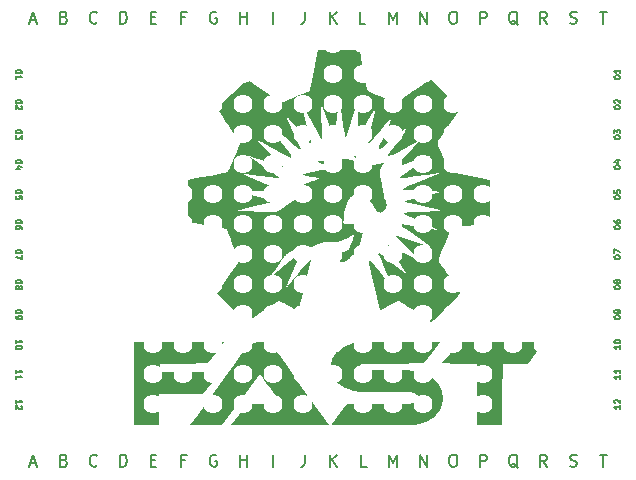
<source format=gbr>
%TF.GenerationSoftware,KiCad,Pcbnew,9.0.1*%
%TF.CreationDate,2025-05-06T23:49:06-04:00*%
%TF.ProjectId,classic-protoboard_14x20,636c6173-7369-4632-9d70-726f746f626f,rev?*%
%TF.SameCoordinates,Original*%
%TF.FileFunction,Legend,Top*%
%TF.FilePolarity,Positive*%
%FSLAX46Y46*%
G04 Gerber Fmt 4.6, Leading zero omitted, Abs format (unit mm)*
G04 Created by KiCad (PCBNEW 9.0.1) date 2025-05-06 23:49:06*
%MOMM*%
%LPD*%
G01*
G04 APERTURE LIST*
%ADD10C,0.150000*%
%ADD11C,0.127000*%
%ADD12C,0.000000*%
%ADD13O,3.148000X1.624000*%
%ADD14C,2.300000*%
%ADD15C,1.624000*%
G04 APERTURE END LIST*
D10*
X122631428Y-77561009D02*
X122774285Y-77608628D01*
X122774285Y-77608628D02*
X122821904Y-77656247D01*
X122821904Y-77656247D02*
X122869523Y-77751485D01*
X122869523Y-77751485D02*
X122869523Y-77894342D01*
X122869523Y-77894342D02*
X122821904Y-77989580D01*
X122821904Y-77989580D02*
X122774285Y-78037200D01*
X122774285Y-78037200D02*
X122679047Y-78084819D01*
X122679047Y-78084819D02*
X122298095Y-78084819D01*
X122298095Y-78084819D02*
X122298095Y-77084819D01*
X122298095Y-77084819D02*
X122631428Y-77084819D01*
X122631428Y-77084819D02*
X122726666Y-77132438D01*
X122726666Y-77132438D02*
X122774285Y-77180057D01*
X122774285Y-77180057D02*
X122821904Y-77275295D01*
X122821904Y-77275295D02*
X122821904Y-77370533D01*
X122821904Y-77370533D02*
X122774285Y-77465771D01*
X122774285Y-77465771D02*
X122726666Y-77513390D01*
X122726666Y-77513390D02*
X122631428Y-77561009D01*
X122631428Y-77561009D02*
X122298095Y-77561009D01*
X125409523Y-77989580D02*
X125361904Y-78037200D01*
X125361904Y-78037200D02*
X125219047Y-78084819D01*
X125219047Y-78084819D02*
X125123809Y-78084819D01*
X125123809Y-78084819D02*
X124980952Y-78037200D01*
X124980952Y-78037200D02*
X124885714Y-77941961D01*
X124885714Y-77941961D02*
X124838095Y-77846723D01*
X124838095Y-77846723D02*
X124790476Y-77656247D01*
X124790476Y-77656247D02*
X124790476Y-77513390D01*
X124790476Y-77513390D02*
X124838095Y-77322914D01*
X124838095Y-77322914D02*
X124885714Y-77227676D01*
X124885714Y-77227676D02*
X124980952Y-77132438D01*
X124980952Y-77132438D02*
X125123809Y-77084819D01*
X125123809Y-77084819D02*
X125219047Y-77084819D01*
X125219047Y-77084819D02*
X125361904Y-77132438D01*
X125361904Y-77132438D02*
X125409523Y-77180057D01*
X127378095Y-78084819D02*
X127378095Y-77084819D01*
X127378095Y-77084819D02*
X127616190Y-77084819D01*
X127616190Y-77084819D02*
X127759047Y-77132438D01*
X127759047Y-77132438D02*
X127854285Y-77227676D01*
X127854285Y-77227676D02*
X127901904Y-77322914D01*
X127901904Y-77322914D02*
X127949523Y-77513390D01*
X127949523Y-77513390D02*
X127949523Y-77656247D01*
X127949523Y-77656247D02*
X127901904Y-77846723D01*
X127901904Y-77846723D02*
X127854285Y-77941961D01*
X127854285Y-77941961D02*
X127759047Y-78037200D01*
X127759047Y-78037200D02*
X127616190Y-78084819D01*
X127616190Y-78084819D02*
X127378095Y-78084819D01*
X129965714Y-77561009D02*
X130299047Y-77561009D01*
X130441904Y-78084819D02*
X129965714Y-78084819D01*
X129965714Y-78084819D02*
X129965714Y-77084819D01*
X129965714Y-77084819D02*
X130441904Y-77084819D01*
X132862857Y-77561009D02*
X132529524Y-77561009D01*
X132529524Y-78084819D02*
X132529524Y-77084819D01*
X132529524Y-77084819D02*
X133005714Y-77084819D01*
X135521904Y-77132438D02*
X135426666Y-77084819D01*
X135426666Y-77084819D02*
X135283809Y-77084819D01*
X135283809Y-77084819D02*
X135140952Y-77132438D01*
X135140952Y-77132438D02*
X135045714Y-77227676D01*
X135045714Y-77227676D02*
X134998095Y-77322914D01*
X134998095Y-77322914D02*
X134950476Y-77513390D01*
X134950476Y-77513390D02*
X134950476Y-77656247D01*
X134950476Y-77656247D02*
X134998095Y-77846723D01*
X134998095Y-77846723D02*
X135045714Y-77941961D01*
X135045714Y-77941961D02*
X135140952Y-78037200D01*
X135140952Y-78037200D02*
X135283809Y-78084819D01*
X135283809Y-78084819D02*
X135379047Y-78084819D01*
X135379047Y-78084819D02*
X135521904Y-78037200D01*
X135521904Y-78037200D02*
X135569523Y-77989580D01*
X135569523Y-77989580D02*
X135569523Y-77656247D01*
X135569523Y-77656247D02*
X135379047Y-77656247D01*
X137514286Y-78084819D02*
X137514286Y-77084819D01*
X137514286Y-77561009D02*
X138085714Y-77561009D01*
X138085714Y-78084819D02*
X138085714Y-77084819D01*
X140340000Y-78084819D02*
X140340000Y-77084819D01*
X143022857Y-77084819D02*
X143022857Y-77799104D01*
X143022857Y-77799104D02*
X142975238Y-77941961D01*
X142975238Y-77941961D02*
X142880000Y-78037200D01*
X142880000Y-78037200D02*
X142737143Y-78084819D01*
X142737143Y-78084819D02*
X142641905Y-78084819D01*
X145158095Y-78084819D02*
X145158095Y-77084819D01*
X145729523Y-78084819D02*
X145300952Y-77513390D01*
X145729523Y-77084819D02*
X145158095Y-77656247D01*
X148139523Y-78084819D02*
X147663333Y-78084819D01*
X147663333Y-78084819D02*
X147663333Y-77084819D01*
X150166667Y-78084819D02*
X150166667Y-77084819D01*
X150166667Y-77084819D02*
X150500000Y-77799104D01*
X150500000Y-77799104D02*
X150833333Y-77084819D01*
X150833333Y-77084819D02*
X150833333Y-78084819D01*
X152754286Y-78084819D02*
X152754286Y-77084819D01*
X152754286Y-77084819D02*
X153325714Y-78084819D01*
X153325714Y-78084819D02*
X153325714Y-77084819D01*
X155484762Y-77084819D02*
X155675238Y-77084819D01*
X155675238Y-77084819D02*
X155770476Y-77132438D01*
X155770476Y-77132438D02*
X155865714Y-77227676D01*
X155865714Y-77227676D02*
X155913333Y-77418152D01*
X155913333Y-77418152D02*
X155913333Y-77751485D01*
X155913333Y-77751485D02*
X155865714Y-77941961D01*
X155865714Y-77941961D02*
X155770476Y-78037200D01*
X155770476Y-78037200D02*
X155675238Y-78084819D01*
X155675238Y-78084819D02*
X155484762Y-78084819D01*
X155484762Y-78084819D02*
X155389524Y-78037200D01*
X155389524Y-78037200D02*
X155294286Y-77941961D01*
X155294286Y-77941961D02*
X155246667Y-77751485D01*
X155246667Y-77751485D02*
X155246667Y-77418152D01*
X155246667Y-77418152D02*
X155294286Y-77227676D01*
X155294286Y-77227676D02*
X155389524Y-77132438D01*
X155389524Y-77132438D02*
X155484762Y-77084819D01*
X157858095Y-78084819D02*
X157858095Y-77084819D01*
X157858095Y-77084819D02*
X158239047Y-77084819D01*
X158239047Y-77084819D02*
X158334285Y-77132438D01*
X158334285Y-77132438D02*
X158381904Y-77180057D01*
X158381904Y-77180057D02*
X158429523Y-77275295D01*
X158429523Y-77275295D02*
X158429523Y-77418152D01*
X158429523Y-77418152D02*
X158381904Y-77513390D01*
X158381904Y-77513390D02*
X158334285Y-77561009D01*
X158334285Y-77561009D02*
X158239047Y-77608628D01*
X158239047Y-77608628D02*
X157858095Y-77608628D01*
X161040952Y-78180057D02*
X160945714Y-78132438D01*
X160945714Y-78132438D02*
X160850476Y-78037200D01*
X160850476Y-78037200D02*
X160707619Y-77894342D01*
X160707619Y-77894342D02*
X160612381Y-77846723D01*
X160612381Y-77846723D02*
X160517143Y-77846723D01*
X160564762Y-78084819D02*
X160469524Y-78037200D01*
X160469524Y-78037200D02*
X160374286Y-77941961D01*
X160374286Y-77941961D02*
X160326667Y-77751485D01*
X160326667Y-77751485D02*
X160326667Y-77418152D01*
X160326667Y-77418152D02*
X160374286Y-77227676D01*
X160374286Y-77227676D02*
X160469524Y-77132438D01*
X160469524Y-77132438D02*
X160564762Y-77084819D01*
X160564762Y-77084819D02*
X160755238Y-77084819D01*
X160755238Y-77084819D02*
X160850476Y-77132438D01*
X160850476Y-77132438D02*
X160945714Y-77227676D01*
X160945714Y-77227676D02*
X160993333Y-77418152D01*
X160993333Y-77418152D02*
X160993333Y-77751485D01*
X160993333Y-77751485D02*
X160945714Y-77941961D01*
X160945714Y-77941961D02*
X160850476Y-78037200D01*
X160850476Y-78037200D02*
X160755238Y-78084819D01*
X160755238Y-78084819D02*
X160564762Y-78084819D01*
X163509523Y-78084819D02*
X163176190Y-77608628D01*
X162938095Y-78084819D02*
X162938095Y-77084819D01*
X162938095Y-77084819D02*
X163319047Y-77084819D01*
X163319047Y-77084819D02*
X163414285Y-77132438D01*
X163414285Y-77132438D02*
X163461904Y-77180057D01*
X163461904Y-77180057D02*
X163509523Y-77275295D01*
X163509523Y-77275295D02*
X163509523Y-77418152D01*
X163509523Y-77418152D02*
X163461904Y-77513390D01*
X163461904Y-77513390D02*
X163414285Y-77561009D01*
X163414285Y-77561009D02*
X163319047Y-77608628D01*
X163319047Y-77608628D02*
X162938095Y-77608628D01*
X165454286Y-78037200D02*
X165597143Y-78084819D01*
X165597143Y-78084819D02*
X165835238Y-78084819D01*
X165835238Y-78084819D02*
X165930476Y-78037200D01*
X165930476Y-78037200D02*
X165978095Y-77989580D01*
X165978095Y-77989580D02*
X166025714Y-77894342D01*
X166025714Y-77894342D02*
X166025714Y-77799104D01*
X166025714Y-77799104D02*
X165978095Y-77703866D01*
X165978095Y-77703866D02*
X165930476Y-77656247D01*
X165930476Y-77656247D02*
X165835238Y-77608628D01*
X165835238Y-77608628D02*
X165644762Y-77561009D01*
X165644762Y-77561009D02*
X165549524Y-77513390D01*
X165549524Y-77513390D02*
X165501905Y-77465771D01*
X165501905Y-77465771D02*
X165454286Y-77370533D01*
X165454286Y-77370533D02*
X165454286Y-77275295D01*
X165454286Y-77275295D02*
X165501905Y-77180057D01*
X165501905Y-77180057D02*
X165549524Y-77132438D01*
X165549524Y-77132438D02*
X165644762Y-77084819D01*
X165644762Y-77084819D02*
X165882857Y-77084819D01*
X165882857Y-77084819D02*
X166025714Y-77132438D01*
X167994286Y-77084819D02*
X168565714Y-77084819D01*
X168280000Y-78084819D02*
X168280000Y-77084819D01*
X119781905Y-115305104D02*
X120258095Y-115305104D01*
X119686667Y-115590819D02*
X120020000Y-114590819D01*
X120020000Y-114590819D02*
X120353333Y-115590819D01*
X122631428Y-115067009D02*
X122774285Y-115114628D01*
X122774285Y-115114628D02*
X122821904Y-115162247D01*
X122821904Y-115162247D02*
X122869523Y-115257485D01*
X122869523Y-115257485D02*
X122869523Y-115400342D01*
X122869523Y-115400342D02*
X122821904Y-115495580D01*
X122821904Y-115495580D02*
X122774285Y-115543200D01*
X122774285Y-115543200D02*
X122679047Y-115590819D01*
X122679047Y-115590819D02*
X122298095Y-115590819D01*
X122298095Y-115590819D02*
X122298095Y-114590819D01*
X122298095Y-114590819D02*
X122631428Y-114590819D01*
X122631428Y-114590819D02*
X122726666Y-114638438D01*
X122726666Y-114638438D02*
X122774285Y-114686057D01*
X122774285Y-114686057D02*
X122821904Y-114781295D01*
X122821904Y-114781295D02*
X122821904Y-114876533D01*
X122821904Y-114876533D02*
X122774285Y-114971771D01*
X122774285Y-114971771D02*
X122726666Y-115019390D01*
X122726666Y-115019390D02*
X122631428Y-115067009D01*
X122631428Y-115067009D02*
X122298095Y-115067009D01*
X125409523Y-115495580D02*
X125361904Y-115543200D01*
X125361904Y-115543200D02*
X125219047Y-115590819D01*
X125219047Y-115590819D02*
X125123809Y-115590819D01*
X125123809Y-115590819D02*
X124980952Y-115543200D01*
X124980952Y-115543200D02*
X124885714Y-115447961D01*
X124885714Y-115447961D02*
X124838095Y-115352723D01*
X124838095Y-115352723D02*
X124790476Y-115162247D01*
X124790476Y-115162247D02*
X124790476Y-115019390D01*
X124790476Y-115019390D02*
X124838095Y-114828914D01*
X124838095Y-114828914D02*
X124885714Y-114733676D01*
X124885714Y-114733676D02*
X124980952Y-114638438D01*
X124980952Y-114638438D02*
X125123809Y-114590819D01*
X125123809Y-114590819D02*
X125219047Y-114590819D01*
X125219047Y-114590819D02*
X125361904Y-114638438D01*
X125361904Y-114638438D02*
X125409523Y-114686057D01*
X127378095Y-115590819D02*
X127378095Y-114590819D01*
X127378095Y-114590819D02*
X127616190Y-114590819D01*
X127616190Y-114590819D02*
X127759047Y-114638438D01*
X127759047Y-114638438D02*
X127854285Y-114733676D01*
X127854285Y-114733676D02*
X127901904Y-114828914D01*
X127901904Y-114828914D02*
X127949523Y-115019390D01*
X127949523Y-115019390D02*
X127949523Y-115162247D01*
X127949523Y-115162247D02*
X127901904Y-115352723D01*
X127901904Y-115352723D02*
X127854285Y-115447961D01*
X127854285Y-115447961D02*
X127759047Y-115543200D01*
X127759047Y-115543200D02*
X127616190Y-115590819D01*
X127616190Y-115590819D02*
X127378095Y-115590819D01*
X129965714Y-115067009D02*
X130299047Y-115067009D01*
X130441904Y-115590819D02*
X129965714Y-115590819D01*
X129965714Y-115590819D02*
X129965714Y-114590819D01*
X129965714Y-114590819D02*
X130441904Y-114590819D01*
X132862857Y-115067009D02*
X132529524Y-115067009D01*
X132529524Y-115590819D02*
X132529524Y-114590819D01*
X132529524Y-114590819D02*
X133005714Y-114590819D01*
X135521904Y-114638438D02*
X135426666Y-114590819D01*
X135426666Y-114590819D02*
X135283809Y-114590819D01*
X135283809Y-114590819D02*
X135140952Y-114638438D01*
X135140952Y-114638438D02*
X135045714Y-114733676D01*
X135045714Y-114733676D02*
X134998095Y-114828914D01*
X134998095Y-114828914D02*
X134950476Y-115019390D01*
X134950476Y-115019390D02*
X134950476Y-115162247D01*
X134950476Y-115162247D02*
X134998095Y-115352723D01*
X134998095Y-115352723D02*
X135045714Y-115447961D01*
X135045714Y-115447961D02*
X135140952Y-115543200D01*
X135140952Y-115543200D02*
X135283809Y-115590819D01*
X135283809Y-115590819D02*
X135379047Y-115590819D01*
X135379047Y-115590819D02*
X135521904Y-115543200D01*
X135521904Y-115543200D02*
X135569523Y-115495580D01*
X135569523Y-115495580D02*
X135569523Y-115162247D01*
X135569523Y-115162247D02*
X135379047Y-115162247D01*
X137514286Y-115590819D02*
X137514286Y-114590819D01*
X137514286Y-115067009D02*
X138085714Y-115067009D01*
X138085714Y-115590819D02*
X138085714Y-114590819D01*
X140340000Y-115590819D02*
X140340000Y-114590819D01*
X143022857Y-114590819D02*
X143022857Y-115305104D01*
X143022857Y-115305104D02*
X142975238Y-115447961D01*
X142975238Y-115447961D02*
X142880000Y-115543200D01*
X142880000Y-115543200D02*
X142737143Y-115590819D01*
X142737143Y-115590819D02*
X142641905Y-115590819D01*
X145158095Y-115590819D02*
X145158095Y-114590819D01*
X145729523Y-115590819D02*
X145300952Y-115019390D01*
X145729523Y-114590819D02*
X145158095Y-115162247D01*
X148269523Y-115590819D02*
X147793333Y-115590819D01*
X147793333Y-115590819D02*
X147793333Y-114590819D01*
X150166667Y-115590819D02*
X150166667Y-114590819D01*
X150166667Y-114590819D02*
X150500000Y-115305104D01*
X150500000Y-115305104D02*
X150833333Y-114590819D01*
X150833333Y-114590819D02*
X150833333Y-115590819D01*
X152754286Y-115590819D02*
X152754286Y-114590819D01*
X152754286Y-114590819D02*
X153325714Y-115590819D01*
X153325714Y-115590819D02*
X153325714Y-114590819D01*
X155484762Y-114590819D02*
X155675238Y-114590819D01*
X155675238Y-114590819D02*
X155770476Y-114638438D01*
X155770476Y-114638438D02*
X155865714Y-114733676D01*
X155865714Y-114733676D02*
X155913333Y-114924152D01*
X155913333Y-114924152D02*
X155913333Y-115257485D01*
X155913333Y-115257485D02*
X155865714Y-115447961D01*
X155865714Y-115447961D02*
X155770476Y-115543200D01*
X155770476Y-115543200D02*
X155675238Y-115590819D01*
X155675238Y-115590819D02*
X155484762Y-115590819D01*
X155484762Y-115590819D02*
X155389524Y-115543200D01*
X155389524Y-115543200D02*
X155294286Y-115447961D01*
X155294286Y-115447961D02*
X155246667Y-115257485D01*
X155246667Y-115257485D02*
X155246667Y-114924152D01*
X155246667Y-114924152D02*
X155294286Y-114733676D01*
X155294286Y-114733676D02*
X155389524Y-114638438D01*
X155389524Y-114638438D02*
X155484762Y-114590819D01*
X157858095Y-115590819D02*
X157858095Y-114590819D01*
X157858095Y-114590819D02*
X158239047Y-114590819D01*
X158239047Y-114590819D02*
X158334285Y-114638438D01*
X158334285Y-114638438D02*
X158381904Y-114686057D01*
X158381904Y-114686057D02*
X158429523Y-114781295D01*
X158429523Y-114781295D02*
X158429523Y-114924152D01*
X158429523Y-114924152D02*
X158381904Y-115019390D01*
X158381904Y-115019390D02*
X158334285Y-115067009D01*
X158334285Y-115067009D02*
X158239047Y-115114628D01*
X158239047Y-115114628D02*
X157858095Y-115114628D01*
X161040952Y-115686057D02*
X160945714Y-115638438D01*
X160945714Y-115638438D02*
X160850476Y-115543200D01*
X160850476Y-115543200D02*
X160707619Y-115400342D01*
X160707619Y-115400342D02*
X160612381Y-115352723D01*
X160612381Y-115352723D02*
X160517143Y-115352723D01*
X160564762Y-115590819D02*
X160469524Y-115543200D01*
X160469524Y-115543200D02*
X160374286Y-115447961D01*
X160374286Y-115447961D02*
X160326667Y-115257485D01*
X160326667Y-115257485D02*
X160326667Y-114924152D01*
X160326667Y-114924152D02*
X160374286Y-114733676D01*
X160374286Y-114733676D02*
X160469524Y-114638438D01*
X160469524Y-114638438D02*
X160564762Y-114590819D01*
X160564762Y-114590819D02*
X160755238Y-114590819D01*
X160755238Y-114590819D02*
X160850476Y-114638438D01*
X160850476Y-114638438D02*
X160945714Y-114733676D01*
X160945714Y-114733676D02*
X160993333Y-114924152D01*
X160993333Y-114924152D02*
X160993333Y-115257485D01*
X160993333Y-115257485D02*
X160945714Y-115447961D01*
X160945714Y-115447961D02*
X160850476Y-115543200D01*
X160850476Y-115543200D02*
X160755238Y-115590819D01*
X160755238Y-115590819D02*
X160564762Y-115590819D01*
X163509523Y-115590819D02*
X163176190Y-115114628D01*
X162938095Y-115590819D02*
X162938095Y-114590819D01*
X162938095Y-114590819D02*
X163319047Y-114590819D01*
X163319047Y-114590819D02*
X163414285Y-114638438D01*
X163414285Y-114638438D02*
X163461904Y-114686057D01*
X163461904Y-114686057D02*
X163509523Y-114781295D01*
X163509523Y-114781295D02*
X163509523Y-114924152D01*
X163509523Y-114924152D02*
X163461904Y-115019390D01*
X163461904Y-115019390D02*
X163414285Y-115067009D01*
X163414285Y-115067009D02*
X163319047Y-115114628D01*
X163319047Y-115114628D02*
X162938095Y-115114628D01*
X165454286Y-115543200D02*
X165597143Y-115590819D01*
X165597143Y-115590819D02*
X165835238Y-115590819D01*
X165835238Y-115590819D02*
X165930476Y-115543200D01*
X165930476Y-115543200D02*
X165978095Y-115495580D01*
X165978095Y-115495580D02*
X166025714Y-115400342D01*
X166025714Y-115400342D02*
X166025714Y-115305104D01*
X166025714Y-115305104D02*
X165978095Y-115209866D01*
X165978095Y-115209866D02*
X165930476Y-115162247D01*
X165930476Y-115162247D02*
X165835238Y-115114628D01*
X165835238Y-115114628D02*
X165644762Y-115067009D01*
X165644762Y-115067009D02*
X165549524Y-115019390D01*
X165549524Y-115019390D02*
X165501905Y-114971771D01*
X165501905Y-114971771D02*
X165454286Y-114876533D01*
X165454286Y-114876533D02*
X165454286Y-114781295D01*
X165454286Y-114781295D02*
X165501905Y-114686057D01*
X165501905Y-114686057D02*
X165549524Y-114638438D01*
X165549524Y-114638438D02*
X165644762Y-114590819D01*
X165644762Y-114590819D02*
X165882857Y-114590819D01*
X165882857Y-114590819D02*
X166025714Y-114638438D01*
X167994286Y-114590819D02*
X168565714Y-114590819D01*
X168280000Y-115590819D02*
X168280000Y-114590819D01*
D11*
X119049593Y-84683904D02*
X119049593Y-84732285D01*
X119049593Y-84732285D02*
X119025403Y-84780666D01*
X119025403Y-84780666D02*
X119001212Y-84804856D01*
X119001212Y-84804856D02*
X118952831Y-84829047D01*
X118952831Y-84829047D02*
X118856069Y-84853237D01*
X118856069Y-84853237D02*
X118735117Y-84853237D01*
X118735117Y-84853237D02*
X118638355Y-84829047D01*
X118638355Y-84829047D02*
X118589974Y-84804856D01*
X118589974Y-84804856D02*
X118565784Y-84780666D01*
X118565784Y-84780666D02*
X118541593Y-84732285D01*
X118541593Y-84732285D02*
X118541593Y-84683904D01*
X118541593Y-84683904D02*
X118565784Y-84635523D01*
X118565784Y-84635523D02*
X118589974Y-84611332D01*
X118589974Y-84611332D02*
X118638355Y-84587142D01*
X118638355Y-84587142D02*
X118735117Y-84562951D01*
X118735117Y-84562951D02*
X118856069Y-84562951D01*
X118856069Y-84562951D02*
X118952831Y-84587142D01*
X118952831Y-84587142D02*
X119001212Y-84611332D01*
X119001212Y-84611332D02*
X119025403Y-84635523D01*
X119025403Y-84635523D02*
X119049593Y-84683904D01*
X119001212Y-85046761D02*
X119025403Y-85070952D01*
X119025403Y-85070952D02*
X119049593Y-85119333D01*
X119049593Y-85119333D02*
X119049593Y-85240285D01*
X119049593Y-85240285D02*
X119025403Y-85288666D01*
X119025403Y-85288666D02*
X119001212Y-85312857D01*
X119001212Y-85312857D02*
X118952831Y-85337047D01*
X118952831Y-85337047D02*
X118904450Y-85337047D01*
X118904450Y-85337047D02*
X118831879Y-85312857D01*
X118831879Y-85312857D02*
X118541593Y-85022571D01*
X118541593Y-85022571D02*
X118541593Y-85337047D01*
X119049593Y-87223904D02*
X119049593Y-87272285D01*
X119049593Y-87272285D02*
X119025403Y-87320666D01*
X119025403Y-87320666D02*
X119001212Y-87344856D01*
X119001212Y-87344856D02*
X118952831Y-87369047D01*
X118952831Y-87369047D02*
X118856069Y-87393237D01*
X118856069Y-87393237D02*
X118735117Y-87393237D01*
X118735117Y-87393237D02*
X118638355Y-87369047D01*
X118638355Y-87369047D02*
X118589974Y-87344856D01*
X118589974Y-87344856D02*
X118565784Y-87320666D01*
X118565784Y-87320666D02*
X118541593Y-87272285D01*
X118541593Y-87272285D02*
X118541593Y-87223904D01*
X118541593Y-87223904D02*
X118565784Y-87175523D01*
X118565784Y-87175523D02*
X118589974Y-87151332D01*
X118589974Y-87151332D02*
X118638355Y-87127142D01*
X118638355Y-87127142D02*
X118735117Y-87102951D01*
X118735117Y-87102951D02*
X118856069Y-87102951D01*
X118856069Y-87102951D02*
X118952831Y-87127142D01*
X118952831Y-87127142D02*
X119001212Y-87151332D01*
X119001212Y-87151332D02*
X119025403Y-87175523D01*
X119025403Y-87175523D02*
X119049593Y-87223904D01*
X119049593Y-87562571D02*
X119049593Y-87877047D01*
X119049593Y-87877047D02*
X118856069Y-87707714D01*
X118856069Y-87707714D02*
X118856069Y-87780285D01*
X118856069Y-87780285D02*
X118831879Y-87828666D01*
X118831879Y-87828666D02*
X118807688Y-87852857D01*
X118807688Y-87852857D02*
X118759307Y-87877047D01*
X118759307Y-87877047D02*
X118638355Y-87877047D01*
X118638355Y-87877047D02*
X118589974Y-87852857D01*
X118589974Y-87852857D02*
X118565784Y-87828666D01*
X118565784Y-87828666D02*
X118541593Y-87780285D01*
X118541593Y-87780285D02*
X118541593Y-87635142D01*
X118541593Y-87635142D02*
X118565784Y-87586761D01*
X118565784Y-87586761D02*
X118589974Y-87562571D01*
X119049593Y-89763904D02*
X119049593Y-89812285D01*
X119049593Y-89812285D02*
X119025403Y-89860666D01*
X119025403Y-89860666D02*
X119001212Y-89884856D01*
X119001212Y-89884856D02*
X118952831Y-89909047D01*
X118952831Y-89909047D02*
X118856069Y-89933237D01*
X118856069Y-89933237D02*
X118735117Y-89933237D01*
X118735117Y-89933237D02*
X118638355Y-89909047D01*
X118638355Y-89909047D02*
X118589974Y-89884856D01*
X118589974Y-89884856D02*
X118565784Y-89860666D01*
X118565784Y-89860666D02*
X118541593Y-89812285D01*
X118541593Y-89812285D02*
X118541593Y-89763904D01*
X118541593Y-89763904D02*
X118565784Y-89715523D01*
X118565784Y-89715523D02*
X118589974Y-89691332D01*
X118589974Y-89691332D02*
X118638355Y-89667142D01*
X118638355Y-89667142D02*
X118735117Y-89642951D01*
X118735117Y-89642951D02*
X118856069Y-89642951D01*
X118856069Y-89642951D02*
X118952831Y-89667142D01*
X118952831Y-89667142D02*
X119001212Y-89691332D01*
X119001212Y-89691332D02*
X119025403Y-89715523D01*
X119025403Y-89715523D02*
X119049593Y-89763904D01*
X118880260Y-90368666D02*
X118541593Y-90368666D01*
X119073784Y-90247714D02*
X118710926Y-90126761D01*
X118710926Y-90126761D02*
X118710926Y-90441238D01*
X119049593Y-92303904D02*
X119049593Y-92352285D01*
X119049593Y-92352285D02*
X119025403Y-92400666D01*
X119025403Y-92400666D02*
X119001212Y-92424856D01*
X119001212Y-92424856D02*
X118952831Y-92449047D01*
X118952831Y-92449047D02*
X118856069Y-92473237D01*
X118856069Y-92473237D02*
X118735117Y-92473237D01*
X118735117Y-92473237D02*
X118638355Y-92449047D01*
X118638355Y-92449047D02*
X118589974Y-92424856D01*
X118589974Y-92424856D02*
X118565784Y-92400666D01*
X118565784Y-92400666D02*
X118541593Y-92352285D01*
X118541593Y-92352285D02*
X118541593Y-92303904D01*
X118541593Y-92303904D02*
X118565784Y-92255523D01*
X118565784Y-92255523D02*
X118589974Y-92231332D01*
X118589974Y-92231332D02*
X118638355Y-92207142D01*
X118638355Y-92207142D02*
X118735117Y-92182951D01*
X118735117Y-92182951D02*
X118856069Y-92182951D01*
X118856069Y-92182951D02*
X118952831Y-92207142D01*
X118952831Y-92207142D02*
X119001212Y-92231332D01*
X119001212Y-92231332D02*
X119025403Y-92255523D01*
X119025403Y-92255523D02*
X119049593Y-92303904D01*
X119049593Y-92932857D02*
X119049593Y-92690952D01*
X119049593Y-92690952D02*
X118807688Y-92666761D01*
X118807688Y-92666761D02*
X118831879Y-92690952D01*
X118831879Y-92690952D02*
X118856069Y-92739333D01*
X118856069Y-92739333D02*
X118856069Y-92860285D01*
X118856069Y-92860285D02*
X118831879Y-92908666D01*
X118831879Y-92908666D02*
X118807688Y-92932857D01*
X118807688Y-92932857D02*
X118759307Y-92957047D01*
X118759307Y-92957047D02*
X118638355Y-92957047D01*
X118638355Y-92957047D02*
X118589974Y-92932857D01*
X118589974Y-92932857D02*
X118565784Y-92908666D01*
X118565784Y-92908666D02*
X118541593Y-92860285D01*
X118541593Y-92860285D02*
X118541593Y-92739333D01*
X118541593Y-92739333D02*
X118565784Y-92690952D01*
X118565784Y-92690952D02*
X118589974Y-92666761D01*
X119049593Y-94843904D02*
X119049593Y-94892285D01*
X119049593Y-94892285D02*
X119025403Y-94940666D01*
X119025403Y-94940666D02*
X119001212Y-94964856D01*
X119001212Y-94964856D02*
X118952831Y-94989047D01*
X118952831Y-94989047D02*
X118856069Y-95013237D01*
X118856069Y-95013237D02*
X118735117Y-95013237D01*
X118735117Y-95013237D02*
X118638355Y-94989047D01*
X118638355Y-94989047D02*
X118589974Y-94964856D01*
X118589974Y-94964856D02*
X118565784Y-94940666D01*
X118565784Y-94940666D02*
X118541593Y-94892285D01*
X118541593Y-94892285D02*
X118541593Y-94843904D01*
X118541593Y-94843904D02*
X118565784Y-94795523D01*
X118565784Y-94795523D02*
X118589974Y-94771332D01*
X118589974Y-94771332D02*
X118638355Y-94747142D01*
X118638355Y-94747142D02*
X118735117Y-94722951D01*
X118735117Y-94722951D02*
X118856069Y-94722951D01*
X118856069Y-94722951D02*
X118952831Y-94747142D01*
X118952831Y-94747142D02*
X119001212Y-94771332D01*
X119001212Y-94771332D02*
X119025403Y-94795523D01*
X119025403Y-94795523D02*
X119049593Y-94843904D01*
X119049593Y-95448666D02*
X119049593Y-95351904D01*
X119049593Y-95351904D02*
X119025403Y-95303523D01*
X119025403Y-95303523D02*
X119001212Y-95279333D01*
X119001212Y-95279333D02*
X118928641Y-95230952D01*
X118928641Y-95230952D02*
X118831879Y-95206761D01*
X118831879Y-95206761D02*
X118638355Y-95206761D01*
X118638355Y-95206761D02*
X118589974Y-95230952D01*
X118589974Y-95230952D02*
X118565784Y-95255142D01*
X118565784Y-95255142D02*
X118541593Y-95303523D01*
X118541593Y-95303523D02*
X118541593Y-95400285D01*
X118541593Y-95400285D02*
X118565784Y-95448666D01*
X118565784Y-95448666D02*
X118589974Y-95472857D01*
X118589974Y-95472857D02*
X118638355Y-95497047D01*
X118638355Y-95497047D02*
X118759307Y-95497047D01*
X118759307Y-95497047D02*
X118807688Y-95472857D01*
X118807688Y-95472857D02*
X118831879Y-95448666D01*
X118831879Y-95448666D02*
X118856069Y-95400285D01*
X118856069Y-95400285D02*
X118856069Y-95303523D01*
X118856069Y-95303523D02*
X118831879Y-95255142D01*
X118831879Y-95255142D02*
X118807688Y-95230952D01*
X118807688Y-95230952D02*
X118759307Y-95206761D01*
X119049593Y-97383904D02*
X119049593Y-97432285D01*
X119049593Y-97432285D02*
X119025403Y-97480666D01*
X119025403Y-97480666D02*
X119001212Y-97504856D01*
X119001212Y-97504856D02*
X118952831Y-97529047D01*
X118952831Y-97529047D02*
X118856069Y-97553237D01*
X118856069Y-97553237D02*
X118735117Y-97553237D01*
X118735117Y-97553237D02*
X118638355Y-97529047D01*
X118638355Y-97529047D02*
X118589974Y-97504856D01*
X118589974Y-97504856D02*
X118565784Y-97480666D01*
X118565784Y-97480666D02*
X118541593Y-97432285D01*
X118541593Y-97432285D02*
X118541593Y-97383904D01*
X118541593Y-97383904D02*
X118565784Y-97335523D01*
X118565784Y-97335523D02*
X118589974Y-97311332D01*
X118589974Y-97311332D02*
X118638355Y-97287142D01*
X118638355Y-97287142D02*
X118735117Y-97262951D01*
X118735117Y-97262951D02*
X118856069Y-97262951D01*
X118856069Y-97262951D02*
X118952831Y-97287142D01*
X118952831Y-97287142D02*
X119001212Y-97311332D01*
X119001212Y-97311332D02*
X119025403Y-97335523D01*
X119025403Y-97335523D02*
X119049593Y-97383904D01*
X119049593Y-97722571D02*
X119049593Y-98061238D01*
X119049593Y-98061238D02*
X118541593Y-97843523D01*
X119049593Y-99923904D02*
X119049593Y-99972285D01*
X119049593Y-99972285D02*
X119025403Y-100020666D01*
X119025403Y-100020666D02*
X119001212Y-100044856D01*
X119001212Y-100044856D02*
X118952831Y-100069047D01*
X118952831Y-100069047D02*
X118856069Y-100093237D01*
X118856069Y-100093237D02*
X118735117Y-100093237D01*
X118735117Y-100093237D02*
X118638355Y-100069047D01*
X118638355Y-100069047D02*
X118589974Y-100044856D01*
X118589974Y-100044856D02*
X118565784Y-100020666D01*
X118565784Y-100020666D02*
X118541593Y-99972285D01*
X118541593Y-99972285D02*
X118541593Y-99923904D01*
X118541593Y-99923904D02*
X118565784Y-99875523D01*
X118565784Y-99875523D02*
X118589974Y-99851332D01*
X118589974Y-99851332D02*
X118638355Y-99827142D01*
X118638355Y-99827142D02*
X118735117Y-99802951D01*
X118735117Y-99802951D02*
X118856069Y-99802951D01*
X118856069Y-99802951D02*
X118952831Y-99827142D01*
X118952831Y-99827142D02*
X119001212Y-99851332D01*
X119001212Y-99851332D02*
X119025403Y-99875523D01*
X119025403Y-99875523D02*
X119049593Y-99923904D01*
X118831879Y-100383523D02*
X118856069Y-100335142D01*
X118856069Y-100335142D02*
X118880260Y-100310952D01*
X118880260Y-100310952D02*
X118928641Y-100286761D01*
X118928641Y-100286761D02*
X118952831Y-100286761D01*
X118952831Y-100286761D02*
X119001212Y-100310952D01*
X119001212Y-100310952D02*
X119025403Y-100335142D01*
X119025403Y-100335142D02*
X119049593Y-100383523D01*
X119049593Y-100383523D02*
X119049593Y-100480285D01*
X119049593Y-100480285D02*
X119025403Y-100528666D01*
X119025403Y-100528666D02*
X119001212Y-100552857D01*
X119001212Y-100552857D02*
X118952831Y-100577047D01*
X118952831Y-100577047D02*
X118928641Y-100577047D01*
X118928641Y-100577047D02*
X118880260Y-100552857D01*
X118880260Y-100552857D02*
X118856069Y-100528666D01*
X118856069Y-100528666D02*
X118831879Y-100480285D01*
X118831879Y-100480285D02*
X118831879Y-100383523D01*
X118831879Y-100383523D02*
X118807688Y-100335142D01*
X118807688Y-100335142D02*
X118783498Y-100310952D01*
X118783498Y-100310952D02*
X118735117Y-100286761D01*
X118735117Y-100286761D02*
X118638355Y-100286761D01*
X118638355Y-100286761D02*
X118589974Y-100310952D01*
X118589974Y-100310952D02*
X118565784Y-100335142D01*
X118565784Y-100335142D02*
X118541593Y-100383523D01*
X118541593Y-100383523D02*
X118541593Y-100480285D01*
X118541593Y-100480285D02*
X118565784Y-100528666D01*
X118565784Y-100528666D02*
X118589974Y-100552857D01*
X118589974Y-100552857D02*
X118638355Y-100577047D01*
X118638355Y-100577047D02*
X118735117Y-100577047D01*
X118735117Y-100577047D02*
X118783498Y-100552857D01*
X118783498Y-100552857D02*
X118807688Y-100528666D01*
X118807688Y-100528666D02*
X118831879Y-100480285D01*
X119049593Y-102463904D02*
X119049593Y-102512285D01*
X119049593Y-102512285D02*
X119025403Y-102560666D01*
X119025403Y-102560666D02*
X119001212Y-102584856D01*
X119001212Y-102584856D02*
X118952831Y-102609047D01*
X118952831Y-102609047D02*
X118856069Y-102633237D01*
X118856069Y-102633237D02*
X118735117Y-102633237D01*
X118735117Y-102633237D02*
X118638355Y-102609047D01*
X118638355Y-102609047D02*
X118589974Y-102584856D01*
X118589974Y-102584856D02*
X118565784Y-102560666D01*
X118565784Y-102560666D02*
X118541593Y-102512285D01*
X118541593Y-102512285D02*
X118541593Y-102463904D01*
X118541593Y-102463904D02*
X118565784Y-102415523D01*
X118565784Y-102415523D02*
X118589974Y-102391332D01*
X118589974Y-102391332D02*
X118638355Y-102367142D01*
X118638355Y-102367142D02*
X118735117Y-102342951D01*
X118735117Y-102342951D02*
X118856069Y-102342951D01*
X118856069Y-102342951D02*
X118952831Y-102367142D01*
X118952831Y-102367142D02*
X119001212Y-102391332D01*
X119001212Y-102391332D02*
X119025403Y-102415523D01*
X119025403Y-102415523D02*
X119049593Y-102463904D01*
X118541593Y-102875142D02*
X118541593Y-102971904D01*
X118541593Y-102971904D02*
X118565784Y-103020285D01*
X118565784Y-103020285D02*
X118589974Y-103044476D01*
X118589974Y-103044476D02*
X118662545Y-103092857D01*
X118662545Y-103092857D02*
X118759307Y-103117047D01*
X118759307Y-103117047D02*
X118952831Y-103117047D01*
X118952831Y-103117047D02*
X119001212Y-103092857D01*
X119001212Y-103092857D02*
X119025403Y-103068666D01*
X119025403Y-103068666D02*
X119049593Y-103020285D01*
X119049593Y-103020285D02*
X119049593Y-102923523D01*
X119049593Y-102923523D02*
X119025403Y-102875142D01*
X119025403Y-102875142D02*
X119001212Y-102850952D01*
X119001212Y-102850952D02*
X118952831Y-102826761D01*
X118952831Y-102826761D02*
X118831879Y-102826761D01*
X118831879Y-102826761D02*
X118783498Y-102850952D01*
X118783498Y-102850952D02*
X118759307Y-102875142D01*
X118759307Y-102875142D02*
X118735117Y-102923523D01*
X118735117Y-102923523D02*
X118735117Y-103020285D01*
X118735117Y-103020285D02*
X118759307Y-103068666D01*
X118759307Y-103068666D02*
X118783498Y-103092857D01*
X118783498Y-103092857D02*
X118831879Y-103117047D01*
X118541593Y-105173237D02*
X118541593Y-104882951D01*
X118541593Y-105028094D02*
X119049593Y-105028094D01*
X119049593Y-105028094D02*
X118977022Y-104979713D01*
X118977022Y-104979713D02*
X118928641Y-104931332D01*
X118928641Y-104931332D02*
X118904450Y-104882951D01*
X119049593Y-105487714D02*
X119049593Y-105536095D01*
X119049593Y-105536095D02*
X119025403Y-105584476D01*
X119025403Y-105584476D02*
X119001212Y-105608666D01*
X119001212Y-105608666D02*
X118952831Y-105632857D01*
X118952831Y-105632857D02*
X118856069Y-105657047D01*
X118856069Y-105657047D02*
X118735117Y-105657047D01*
X118735117Y-105657047D02*
X118638355Y-105632857D01*
X118638355Y-105632857D02*
X118589974Y-105608666D01*
X118589974Y-105608666D02*
X118565784Y-105584476D01*
X118565784Y-105584476D02*
X118541593Y-105536095D01*
X118541593Y-105536095D02*
X118541593Y-105487714D01*
X118541593Y-105487714D02*
X118565784Y-105439333D01*
X118565784Y-105439333D02*
X118589974Y-105415142D01*
X118589974Y-105415142D02*
X118638355Y-105390952D01*
X118638355Y-105390952D02*
X118735117Y-105366761D01*
X118735117Y-105366761D02*
X118856069Y-105366761D01*
X118856069Y-105366761D02*
X118952831Y-105390952D01*
X118952831Y-105390952D02*
X119001212Y-105415142D01*
X119001212Y-105415142D02*
X119025403Y-105439333D01*
X119025403Y-105439333D02*
X119049593Y-105487714D01*
X118541593Y-107713237D02*
X118541593Y-107422951D01*
X118541593Y-107568094D02*
X119049593Y-107568094D01*
X119049593Y-107568094D02*
X118977022Y-107519713D01*
X118977022Y-107519713D02*
X118928641Y-107471332D01*
X118928641Y-107471332D02*
X118904450Y-107422951D01*
X118541593Y-108197047D02*
X118541593Y-107906761D01*
X118541593Y-108051904D02*
X119049593Y-108051904D01*
X119049593Y-108051904D02*
X118977022Y-108003523D01*
X118977022Y-108003523D02*
X118928641Y-107955142D01*
X118928641Y-107955142D02*
X118904450Y-107906761D01*
X118541593Y-110253237D02*
X118541593Y-109962951D01*
X118541593Y-110108094D02*
X119049593Y-110108094D01*
X119049593Y-110108094D02*
X118977022Y-110059713D01*
X118977022Y-110059713D02*
X118928641Y-110011332D01*
X118928641Y-110011332D02*
X118904450Y-109962951D01*
X119001212Y-110446761D02*
X119025403Y-110470952D01*
X119025403Y-110470952D02*
X119049593Y-110519333D01*
X119049593Y-110519333D02*
X119049593Y-110640285D01*
X119049593Y-110640285D02*
X119025403Y-110688666D01*
X119025403Y-110688666D02*
X119001212Y-110712857D01*
X119001212Y-110712857D02*
X118952831Y-110737047D01*
X118952831Y-110737047D02*
X118904450Y-110737047D01*
X118904450Y-110737047D02*
X118831879Y-110712857D01*
X118831879Y-110712857D02*
X118541593Y-110422571D01*
X118541593Y-110422571D02*
X118541593Y-110737047D01*
X169200406Y-85186095D02*
X169200406Y-85137714D01*
X169200406Y-85137714D02*
X169224596Y-85089333D01*
X169224596Y-85089333D02*
X169248787Y-85065143D01*
X169248787Y-85065143D02*
X169297168Y-85040952D01*
X169297168Y-85040952D02*
X169393930Y-85016762D01*
X169393930Y-85016762D02*
X169514882Y-85016762D01*
X169514882Y-85016762D02*
X169611644Y-85040952D01*
X169611644Y-85040952D02*
X169660025Y-85065143D01*
X169660025Y-85065143D02*
X169684216Y-85089333D01*
X169684216Y-85089333D02*
X169708406Y-85137714D01*
X169708406Y-85137714D02*
X169708406Y-85186095D01*
X169708406Y-85186095D02*
X169684216Y-85234476D01*
X169684216Y-85234476D02*
X169660025Y-85258667D01*
X169660025Y-85258667D02*
X169611644Y-85282857D01*
X169611644Y-85282857D02*
X169514882Y-85307048D01*
X169514882Y-85307048D02*
X169393930Y-85307048D01*
X169393930Y-85307048D02*
X169297168Y-85282857D01*
X169297168Y-85282857D02*
X169248787Y-85258667D01*
X169248787Y-85258667D02*
X169224596Y-85234476D01*
X169224596Y-85234476D02*
X169200406Y-85186095D01*
X169248787Y-84823238D02*
X169224596Y-84799047D01*
X169224596Y-84799047D02*
X169200406Y-84750666D01*
X169200406Y-84750666D02*
X169200406Y-84629714D01*
X169200406Y-84629714D02*
X169224596Y-84581333D01*
X169224596Y-84581333D02*
X169248787Y-84557142D01*
X169248787Y-84557142D02*
X169297168Y-84532952D01*
X169297168Y-84532952D02*
X169345549Y-84532952D01*
X169345549Y-84532952D02*
X169418120Y-84557142D01*
X169418120Y-84557142D02*
X169708406Y-84847428D01*
X169708406Y-84847428D02*
X169708406Y-84532952D01*
X169200406Y-87726095D02*
X169200406Y-87677714D01*
X169200406Y-87677714D02*
X169224596Y-87629333D01*
X169224596Y-87629333D02*
X169248787Y-87605143D01*
X169248787Y-87605143D02*
X169297168Y-87580952D01*
X169297168Y-87580952D02*
X169393930Y-87556762D01*
X169393930Y-87556762D02*
X169514882Y-87556762D01*
X169514882Y-87556762D02*
X169611644Y-87580952D01*
X169611644Y-87580952D02*
X169660025Y-87605143D01*
X169660025Y-87605143D02*
X169684216Y-87629333D01*
X169684216Y-87629333D02*
X169708406Y-87677714D01*
X169708406Y-87677714D02*
X169708406Y-87726095D01*
X169708406Y-87726095D02*
X169684216Y-87774476D01*
X169684216Y-87774476D02*
X169660025Y-87798667D01*
X169660025Y-87798667D02*
X169611644Y-87822857D01*
X169611644Y-87822857D02*
X169514882Y-87847048D01*
X169514882Y-87847048D02*
X169393930Y-87847048D01*
X169393930Y-87847048D02*
X169297168Y-87822857D01*
X169297168Y-87822857D02*
X169248787Y-87798667D01*
X169248787Y-87798667D02*
X169224596Y-87774476D01*
X169224596Y-87774476D02*
X169200406Y-87726095D01*
X169200406Y-87387428D02*
X169200406Y-87072952D01*
X169200406Y-87072952D02*
X169393930Y-87242285D01*
X169393930Y-87242285D02*
X169393930Y-87169714D01*
X169393930Y-87169714D02*
X169418120Y-87121333D01*
X169418120Y-87121333D02*
X169442311Y-87097142D01*
X169442311Y-87097142D02*
X169490692Y-87072952D01*
X169490692Y-87072952D02*
X169611644Y-87072952D01*
X169611644Y-87072952D02*
X169660025Y-87097142D01*
X169660025Y-87097142D02*
X169684216Y-87121333D01*
X169684216Y-87121333D02*
X169708406Y-87169714D01*
X169708406Y-87169714D02*
X169708406Y-87314857D01*
X169708406Y-87314857D02*
X169684216Y-87363238D01*
X169684216Y-87363238D02*
X169660025Y-87387428D01*
X169200406Y-90266095D02*
X169200406Y-90217714D01*
X169200406Y-90217714D02*
X169224596Y-90169333D01*
X169224596Y-90169333D02*
X169248787Y-90145143D01*
X169248787Y-90145143D02*
X169297168Y-90120952D01*
X169297168Y-90120952D02*
X169393930Y-90096762D01*
X169393930Y-90096762D02*
X169514882Y-90096762D01*
X169514882Y-90096762D02*
X169611644Y-90120952D01*
X169611644Y-90120952D02*
X169660025Y-90145143D01*
X169660025Y-90145143D02*
X169684216Y-90169333D01*
X169684216Y-90169333D02*
X169708406Y-90217714D01*
X169708406Y-90217714D02*
X169708406Y-90266095D01*
X169708406Y-90266095D02*
X169684216Y-90314476D01*
X169684216Y-90314476D02*
X169660025Y-90338667D01*
X169660025Y-90338667D02*
X169611644Y-90362857D01*
X169611644Y-90362857D02*
X169514882Y-90387048D01*
X169514882Y-90387048D02*
X169393930Y-90387048D01*
X169393930Y-90387048D02*
X169297168Y-90362857D01*
X169297168Y-90362857D02*
X169248787Y-90338667D01*
X169248787Y-90338667D02*
X169224596Y-90314476D01*
X169224596Y-90314476D02*
X169200406Y-90266095D01*
X169369739Y-89661333D02*
X169708406Y-89661333D01*
X169176216Y-89782285D02*
X169539073Y-89903238D01*
X169539073Y-89903238D02*
X169539073Y-89588761D01*
X169200406Y-82646095D02*
X169200406Y-82597714D01*
X169200406Y-82597714D02*
X169224596Y-82549333D01*
X169224596Y-82549333D02*
X169248787Y-82525143D01*
X169248787Y-82525143D02*
X169297168Y-82500952D01*
X169297168Y-82500952D02*
X169393930Y-82476762D01*
X169393930Y-82476762D02*
X169514882Y-82476762D01*
X169514882Y-82476762D02*
X169611644Y-82500952D01*
X169611644Y-82500952D02*
X169660025Y-82525143D01*
X169660025Y-82525143D02*
X169684216Y-82549333D01*
X169684216Y-82549333D02*
X169708406Y-82597714D01*
X169708406Y-82597714D02*
X169708406Y-82646095D01*
X169708406Y-82646095D02*
X169684216Y-82694476D01*
X169684216Y-82694476D02*
X169660025Y-82718667D01*
X169660025Y-82718667D02*
X169611644Y-82742857D01*
X169611644Y-82742857D02*
X169514882Y-82767048D01*
X169514882Y-82767048D02*
X169393930Y-82767048D01*
X169393930Y-82767048D02*
X169297168Y-82742857D01*
X169297168Y-82742857D02*
X169248787Y-82718667D01*
X169248787Y-82718667D02*
X169224596Y-82694476D01*
X169224596Y-82694476D02*
X169200406Y-82646095D01*
X169708406Y-81992952D02*
X169708406Y-82283238D01*
X169708406Y-82138095D02*
X169200406Y-82138095D01*
X169200406Y-82138095D02*
X169272977Y-82186476D01*
X169272977Y-82186476D02*
X169321358Y-82234857D01*
X169321358Y-82234857D02*
X169345549Y-82283238D01*
X169200406Y-100426095D02*
X169200406Y-100377714D01*
X169200406Y-100377714D02*
X169224596Y-100329333D01*
X169224596Y-100329333D02*
X169248787Y-100305143D01*
X169248787Y-100305143D02*
X169297168Y-100280952D01*
X169297168Y-100280952D02*
X169393930Y-100256762D01*
X169393930Y-100256762D02*
X169514882Y-100256762D01*
X169514882Y-100256762D02*
X169611644Y-100280952D01*
X169611644Y-100280952D02*
X169660025Y-100305143D01*
X169660025Y-100305143D02*
X169684216Y-100329333D01*
X169684216Y-100329333D02*
X169708406Y-100377714D01*
X169708406Y-100377714D02*
X169708406Y-100426095D01*
X169708406Y-100426095D02*
X169684216Y-100474476D01*
X169684216Y-100474476D02*
X169660025Y-100498667D01*
X169660025Y-100498667D02*
X169611644Y-100522857D01*
X169611644Y-100522857D02*
X169514882Y-100547048D01*
X169514882Y-100547048D02*
X169393930Y-100547048D01*
X169393930Y-100547048D02*
X169297168Y-100522857D01*
X169297168Y-100522857D02*
X169248787Y-100498667D01*
X169248787Y-100498667D02*
X169224596Y-100474476D01*
X169224596Y-100474476D02*
X169200406Y-100426095D01*
X169418120Y-99966476D02*
X169393930Y-100014857D01*
X169393930Y-100014857D02*
X169369739Y-100039047D01*
X169369739Y-100039047D02*
X169321358Y-100063238D01*
X169321358Y-100063238D02*
X169297168Y-100063238D01*
X169297168Y-100063238D02*
X169248787Y-100039047D01*
X169248787Y-100039047D02*
X169224596Y-100014857D01*
X169224596Y-100014857D02*
X169200406Y-99966476D01*
X169200406Y-99966476D02*
X169200406Y-99869714D01*
X169200406Y-99869714D02*
X169224596Y-99821333D01*
X169224596Y-99821333D02*
X169248787Y-99797142D01*
X169248787Y-99797142D02*
X169297168Y-99772952D01*
X169297168Y-99772952D02*
X169321358Y-99772952D01*
X169321358Y-99772952D02*
X169369739Y-99797142D01*
X169369739Y-99797142D02*
X169393930Y-99821333D01*
X169393930Y-99821333D02*
X169418120Y-99869714D01*
X169418120Y-99869714D02*
X169418120Y-99966476D01*
X169418120Y-99966476D02*
X169442311Y-100014857D01*
X169442311Y-100014857D02*
X169466501Y-100039047D01*
X169466501Y-100039047D02*
X169514882Y-100063238D01*
X169514882Y-100063238D02*
X169611644Y-100063238D01*
X169611644Y-100063238D02*
X169660025Y-100039047D01*
X169660025Y-100039047D02*
X169684216Y-100014857D01*
X169684216Y-100014857D02*
X169708406Y-99966476D01*
X169708406Y-99966476D02*
X169708406Y-99869714D01*
X169708406Y-99869714D02*
X169684216Y-99821333D01*
X169684216Y-99821333D02*
X169660025Y-99797142D01*
X169660025Y-99797142D02*
X169611644Y-99772952D01*
X169611644Y-99772952D02*
X169514882Y-99772952D01*
X169514882Y-99772952D02*
X169466501Y-99797142D01*
X169466501Y-99797142D02*
X169442311Y-99821333D01*
X169442311Y-99821333D02*
X169418120Y-99869714D01*
X169200406Y-102966095D02*
X169200406Y-102917714D01*
X169200406Y-102917714D02*
X169224596Y-102869333D01*
X169224596Y-102869333D02*
X169248787Y-102845143D01*
X169248787Y-102845143D02*
X169297168Y-102820952D01*
X169297168Y-102820952D02*
X169393930Y-102796762D01*
X169393930Y-102796762D02*
X169514882Y-102796762D01*
X169514882Y-102796762D02*
X169611644Y-102820952D01*
X169611644Y-102820952D02*
X169660025Y-102845143D01*
X169660025Y-102845143D02*
X169684216Y-102869333D01*
X169684216Y-102869333D02*
X169708406Y-102917714D01*
X169708406Y-102917714D02*
X169708406Y-102966095D01*
X169708406Y-102966095D02*
X169684216Y-103014476D01*
X169684216Y-103014476D02*
X169660025Y-103038667D01*
X169660025Y-103038667D02*
X169611644Y-103062857D01*
X169611644Y-103062857D02*
X169514882Y-103087048D01*
X169514882Y-103087048D02*
X169393930Y-103087048D01*
X169393930Y-103087048D02*
X169297168Y-103062857D01*
X169297168Y-103062857D02*
X169248787Y-103038667D01*
X169248787Y-103038667D02*
X169224596Y-103014476D01*
X169224596Y-103014476D02*
X169200406Y-102966095D01*
X169708406Y-102554857D02*
X169708406Y-102458095D01*
X169708406Y-102458095D02*
X169684216Y-102409714D01*
X169684216Y-102409714D02*
X169660025Y-102385523D01*
X169660025Y-102385523D02*
X169587454Y-102337142D01*
X169587454Y-102337142D02*
X169490692Y-102312952D01*
X169490692Y-102312952D02*
X169297168Y-102312952D01*
X169297168Y-102312952D02*
X169248787Y-102337142D01*
X169248787Y-102337142D02*
X169224596Y-102361333D01*
X169224596Y-102361333D02*
X169200406Y-102409714D01*
X169200406Y-102409714D02*
X169200406Y-102506476D01*
X169200406Y-102506476D02*
X169224596Y-102554857D01*
X169224596Y-102554857D02*
X169248787Y-102579047D01*
X169248787Y-102579047D02*
X169297168Y-102603238D01*
X169297168Y-102603238D02*
X169418120Y-102603238D01*
X169418120Y-102603238D02*
X169466501Y-102579047D01*
X169466501Y-102579047D02*
X169490692Y-102554857D01*
X169490692Y-102554857D02*
X169514882Y-102506476D01*
X169514882Y-102506476D02*
X169514882Y-102409714D01*
X169514882Y-102409714D02*
X169490692Y-102361333D01*
X169490692Y-102361333D02*
X169466501Y-102337142D01*
X169466501Y-102337142D02*
X169418120Y-102312952D01*
X169200406Y-92806095D02*
X169200406Y-92757714D01*
X169200406Y-92757714D02*
X169224596Y-92709333D01*
X169224596Y-92709333D02*
X169248787Y-92685143D01*
X169248787Y-92685143D02*
X169297168Y-92660952D01*
X169297168Y-92660952D02*
X169393930Y-92636762D01*
X169393930Y-92636762D02*
X169514882Y-92636762D01*
X169514882Y-92636762D02*
X169611644Y-92660952D01*
X169611644Y-92660952D02*
X169660025Y-92685143D01*
X169660025Y-92685143D02*
X169684216Y-92709333D01*
X169684216Y-92709333D02*
X169708406Y-92757714D01*
X169708406Y-92757714D02*
X169708406Y-92806095D01*
X169708406Y-92806095D02*
X169684216Y-92854476D01*
X169684216Y-92854476D02*
X169660025Y-92878667D01*
X169660025Y-92878667D02*
X169611644Y-92902857D01*
X169611644Y-92902857D02*
X169514882Y-92927048D01*
X169514882Y-92927048D02*
X169393930Y-92927048D01*
X169393930Y-92927048D02*
X169297168Y-92902857D01*
X169297168Y-92902857D02*
X169248787Y-92878667D01*
X169248787Y-92878667D02*
X169224596Y-92854476D01*
X169224596Y-92854476D02*
X169200406Y-92806095D01*
X169200406Y-92177142D02*
X169200406Y-92419047D01*
X169200406Y-92419047D02*
X169442311Y-92443238D01*
X169442311Y-92443238D02*
X169418120Y-92419047D01*
X169418120Y-92419047D02*
X169393930Y-92370666D01*
X169393930Y-92370666D02*
X169393930Y-92249714D01*
X169393930Y-92249714D02*
X169418120Y-92201333D01*
X169418120Y-92201333D02*
X169442311Y-92177142D01*
X169442311Y-92177142D02*
X169490692Y-92152952D01*
X169490692Y-92152952D02*
X169611644Y-92152952D01*
X169611644Y-92152952D02*
X169660025Y-92177142D01*
X169660025Y-92177142D02*
X169684216Y-92201333D01*
X169684216Y-92201333D02*
X169708406Y-92249714D01*
X169708406Y-92249714D02*
X169708406Y-92370666D01*
X169708406Y-92370666D02*
X169684216Y-92419047D01*
X169684216Y-92419047D02*
X169660025Y-92443238D01*
X169708406Y-107876762D02*
X169708406Y-108167048D01*
X169708406Y-108021905D02*
X169200406Y-108021905D01*
X169200406Y-108021905D02*
X169272977Y-108070286D01*
X169272977Y-108070286D02*
X169321358Y-108118667D01*
X169321358Y-108118667D02*
X169345549Y-108167048D01*
X169708406Y-107392952D02*
X169708406Y-107683238D01*
X169708406Y-107538095D02*
X169200406Y-107538095D01*
X169200406Y-107538095D02*
X169272977Y-107586476D01*
X169272977Y-107586476D02*
X169321358Y-107634857D01*
X169321358Y-107634857D02*
X169345549Y-107683238D01*
X169708406Y-105336762D02*
X169708406Y-105627048D01*
X169708406Y-105481905D02*
X169200406Y-105481905D01*
X169200406Y-105481905D02*
X169272977Y-105530286D01*
X169272977Y-105530286D02*
X169321358Y-105578667D01*
X169321358Y-105578667D02*
X169345549Y-105627048D01*
X169200406Y-105022285D02*
X169200406Y-104973904D01*
X169200406Y-104973904D02*
X169224596Y-104925523D01*
X169224596Y-104925523D02*
X169248787Y-104901333D01*
X169248787Y-104901333D02*
X169297168Y-104877142D01*
X169297168Y-104877142D02*
X169393930Y-104852952D01*
X169393930Y-104852952D02*
X169514882Y-104852952D01*
X169514882Y-104852952D02*
X169611644Y-104877142D01*
X169611644Y-104877142D02*
X169660025Y-104901333D01*
X169660025Y-104901333D02*
X169684216Y-104925523D01*
X169684216Y-104925523D02*
X169708406Y-104973904D01*
X169708406Y-104973904D02*
X169708406Y-105022285D01*
X169708406Y-105022285D02*
X169684216Y-105070666D01*
X169684216Y-105070666D02*
X169660025Y-105094857D01*
X169660025Y-105094857D02*
X169611644Y-105119047D01*
X169611644Y-105119047D02*
X169514882Y-105143238D01*
X169514882Y-105143238D02*
X169393930Y-105143238D01*
X169393930Y-105143238D02*
X169297168Y-105119047D01*
X169297168Y-105119047D02*
X169248787Y-105094857D01*
X169248787Y-105094857D02*
X169224596Y-105070666D01*
X169224596Y-105070666D02*
X169200406Y-105022285D01*
X169200406Y-95346095D02*
X169200406Y-95297714D01*
X169200406Y-95297714D02*
X169224596Y-95249333D01*
X169224596Y-95249333D02*
X169248787Y-95225143D01*
X169248787Y-95225143D02*
X169297168Y-95200952D01*
X169297168Y-95200952D02*
X169393930Y-95176762D01*
X169393930Y-95176762D02*
X169514882Y-95176762D01*
X169514882Y-95176762D02*
X169611644Y-95200952D01*
X169611644Y-95200952D02*
X169660025Y-95225143D01*
X169660025Y-95225143D02*
X169684216Y-95249333D01*
X169684216Y-95249333D02*
X169708406Y-95297714D01*
X169708406Y-95297714D02*
X169708406Y-95346095D01*
X169708406Y-95346095D02*
X169684216Y-95394476D01*
X169684216Y-95394476D02*
X169660025Y-95418667D01*
X169660025Y-95418667D02*
X169611644Y-95442857D01*
X169611644Y-95442857D02*
X169514882Y-95467048D01*
X169514882Y-95467048D02*
X169393930Y-95467048D01*
X169393930Y-95467048D02*
X169297168Y-95442857D01*
X169297168Y-95442857D02*
X169248787Y-95418667D01*
X169248787Y-95418667D02*
X169224596Y-95394476D01*
X169224596Y-95394476D02*
X169200406Y-95346095D01*
X169200406Y-94741333D02*
X169200406Y-94838095D01*
X169200406Y-94838095D02*
X169224596Y-94886476D01*
X169224596Y-94886476D02*
X169248787Y-94910666D01*
X169248787Y-94910666D02*
X169321358Y-94959047D01*
X169321358Y-94959047D02*
X169418120Y-94983238D01*
X169418120Y-94983238D02*
X169611644Y-94983238D01*
X169611644Y-94983238D02*
X169660025Y-94959047D01*
X169660025Y-94959047D02*
X169684216Y-94934857D01*
X169684216Y-94934857D02*
X169708406Y-94886476D01*
X169708406Y-94886476D02*
X169708406Y-94789714D01*
X169708406Y-94789714D02*
X169684216Y-94741333D01*
X169684216Y-94741333D02*
X169660025Y-94717142D01*
X169660025Y-94717142D02*
X169611644Y-94692952D01*
X169611644Y-94692952D02*
X169490692Y-94692952D01*
X169490692Y-94692952D02*
X169442311Y-94717142D01*
X169442311Y-94717142D02*
X169418120Y-94741333D01*
X169418120Y-94741333D02*
X169393930Y-94789714D01*
X169393930Y-94789714D02*
X169393930Y-94886476D01*
X169393930Y-94886476D02*
X169418120Y-94934857D01*
X169418120Y-94934857D02*
X169442311Y-94959047D01*
X169442311Y-94959047D02*
X169490692Y-94983238D01*
X169200406Y-97886095D02*
X169200406Y-97837714D01*
X169200406Y-97837714D02*
X169224596Y-97789333D01*
X169224596Y-97789333D02*
X169248787Y-97765143D01*
X169248787Y-97765143D02*
X169297168Y-97740952D01*
X169297168Y-97740952D02*
X169393930Y-97716762D01*
X169393930Y-97716762D02*
X169514882Y-97716762D01*
X169514882Y-97716762D02*
X169611644Y-97740952D01*
X169611644Y-97740952D02*
X169660025Y-97765143D01*
X169660025Y-97765143D02*
X169684216Y-97789333D01*
X169684216Y-97789333D02*
X169708406Y-97837714D01*
X169708406Y-97837714D02*
X169708406Y-97886095D01*
X169708406Y-97886095D02*
X169684216Y-97934476D01*
X169684216Y-97934476D02*
X169660025Y-97958667D01*
X169660025Y-97958667D02*
X169611644Y-97982857D01*
X169611644Y-97982857D02*
X169514882Y-98007048D01*
X169514882Y-98007048D02*
X169393930Y-98007048D01*
X169393930Y-98007048D02*
X169297168Y-97982857D01*
X169297168Y-97982857D02*
X169248787Y-97958667D01*
X169248787Y-97958667D02*
X169224596Y-97934476D01*
X169224596Y-97934476D02*
X169200406Y-97886095D01*
X169200406Y-97547428D02*
X169200406Y-97208761D01*
X169200406Y-97208761D02*
X169708406Y-97426476D01*
X169708406Y-110416762D02*
X169708406Y-110707048D01*
X169708406Y-110561905D02*
X169200406Y-110561905D01*
X169200406Y-110561905D02*
X169272977Y-110610286D01*
X169272977Y-110610286D02*
X169321358Y-110658667D01*
X169321358Y-110658667D02*
X169345549Y-110707048D01*
X169248787Y-110223238D02*
X169224596Y-110199047D01*
X169224596Y-110199047D02*
X169200406Y-110150666D01*
X169200406Y-110150666D02*
X169200406Y-110029714D01*
X169200406Y-110029714D02*
X169224596Y-109981333D01*
X169224596Y-109981333D02*
X169248787Y-109957142D01*
X169248787Y-109957142D02*
X169297168Y-109932952D01*
X169297168Y-109932952D02*
X169345549Y-109932952D01*
X169345549Y-109932952D02*
X169418120Y-109957142D01*
X169418120Y-109957142D02*
X169708406Y-110247428D01*
X169708406Y-110247428D02*
X169708406Y-109932952D01*
D10*
X119781905Y-77799104D02*
X120258095Y-77799104D01*
X119686667Y-78084819D02*
X120020000Y-77084819D01*
X120020000Y-77084819D02*
X120353333Y-78084819D01*
D11*
X119049593Y-82143904D02*
X119049593Y-82192285D01*
X119049593Y-82192285D02*
X119025403Y-82240666D01*
X119025403Y-82240666D02*
X119001212Y-82264856D01*
X119001212Y-82264856D02*
X118952831Y-82289047D01*
X118952831Y-82289047D02*
X118856069Y-82313237D01*
X118856069Y-82313237D02*
X118735117Y-82313237D01*
X118735117Y-82313237D02*
X118638355Y-82289047D01*
X118638355Y-82289047D02*
X118589974Y-82264856D01*
X118589974Y-82264856D02*
X118565784Y-82240666D01*
X118565784Y-82240666D02*
X118541593Y-82192285D01*
X118541593Y-82192285D02*
X118541593Y-82143904D01*
X118541593Y-82143904D02*
X118565784Y-82095523D01*
X118565784Y-82095523D02*
X118589974Y-82071332D01*
X118589974Y-82071332D02*
X118638355Y-82047142D01*
X118638355Y-82047142D02*
X118735117Y-82022951D01*
X118735117Y-82022951D02*
X118856069Y-82022951D01*
X118856069Y-82022951D02*
X118952831Y-82047142D01*
X118952831Y-82047142D02*
X119001212Y-82071332D01*
X119001212Y-82071332D02*
X119025403Y-82095523D01*
X119025403Y-82095523D02*
X119049593Y-82143904D01*
X118541593Y-82797047D02*
X118541593Y-82506761D01*
X118541593Y-82651904D02*
X119049593Y-82651904D01*
X119049593Y-82651904D02*
X118977022Y-82603523D01*
X118977022Y-82603523D02*
X118928641Y-82555142D01*
X118928641Y-82555142D02*
X118904450Y-82506761D01*
D12*
%TO.C,G\u002A\u002A\u002A*%
G36*
X135468645Y-105958760D02*
G01*
X134773674Y-106863637D01*
X132739910Y-106872457D01*
X130707910Y-106881276D01*
X130702618Y-107246401D01*
X130699090Y-107613289D01*
X133258493Y-107613289D01*
X134414832Y-107614337D01*
X135209354Y-107617700D01*
X135478582Y-107620353D01*
X135666532Y-107623709D01*
X135776266Y-107627808D01*
X135802757Y-107630149D01*
X135810840Y-107632692D01*
X135602260Y-107908741D01*
X135110577Y-108549913D01*
X134413840Y-109447734D01*
X132556465Y-109447734D01*
X130699090Y-109447734D01*
X130699090Y-110770650D01*
X130699090Y-112093569D01*
X129605479Y-112093569D01*
X128511868Y-112093569D01*
X128511868Y-108574608D01*
X128511868Y-105055651D01*
X132337743Y-105055651D01*
X136165381Y-105055651D01*
X135468645Y-105958760D01*
G37*
G36*
X161495185Y-105056533D02*
G01*
X162125359Y-105057883D01*
X162591304Y-105060060D01*
X162914788Y-105063230D01*
X163117577Y-105067557D01*
X163180512Y-105070206D01*
X163221436Y-105073207D01*
X163243069Y-105076580D01*
X163247502Y-105078412D01*
X163248132Y-105080345D01*
X163036907Y-105356394D01*
X162547867Y-105986986D01*
X161861716Y-106872457D01*
X160801617Y-106875984D01*
X159741522Y-106881276D01*
X159736230Y-109486540D01*
X159732703Y-112093569D01*
X158639090Y-112093569D01*
X157545480Y-112093569D01*
X157545480Y-109483013D01*
X157545480Y-106872457D01*
X156099090Y-106868929D01*
X154652701Y-106863637D01*
X155263006Y-106069887D01*
X155719192Y-105476558D01*
X155959741Y-105165012D01*
X156046173Y-105055651D01*
X159655090Y-105055651D01*
X161495185Y-105056533D01*
G37*
G36*
X139252792Y-105028884D02*
G01*
X139317259Y-105032362D01*
X139381818Y-105039095D01*
X139446474Y-105049081D01*
X139511227Y-105062318D01*
X139576082Y-105078802D01*
X139641039Y-105098532D01*
X139706103Y-105121504D01*
X139771275Y-105147717D01*
X139836559Y-105177167D01*
X139901956Y-105209852D01*
X139967469Y-105245769D01*
X140033101Y-105284916D01*
X140098855Y-105327291D01*
X140209807Y-105403017D01*
X140316750Y-105493895D01*
X140453872Y-105645503D01*
X140655362Y-105903420D01*
X140955409Y-106313224D01*
X141388202Y-106920495D01*
X142788785Y-108909749D01*
X145021867Y-112084749D01*
X142947536Y-112090041D01*
X138812979Y-112090041D01*
X136752757Y-112084749D01*
X137401868Y-111185164D01*
X138052743Y-110285582D01*
X139527354Y-110276763D01*
X141003729Y-110267943D01*
X140098855Y-109012053D01*
X139745636Y-108524421D01*
X139454594Y-108125920D01*
X139255495Y-107857396D01*
X139199726Y-107784639D01*
X139184414Y-107765871D01*
X139178104Y-107759694D01*
X138706484Y-108396677D01*
X137590604Y-109923986D01*
X136015451Y-112084749D01*
X134655493Y-112090041D01*
X133293771Y-112093569D01*
X133939354Y-111199275D01*
X136235937Y-108010164D01*
X136986224Y-106970545D01*
X137522033Y-106235031D01*
X137714211Y-105974854D01*
X137858412Y-105782952D01*
X137956518Y-105656741D01*
X137988873Y-105617462D01*
X138010409Y-105593637D01*
X138065837Y-105540191D01*
X138124091Y-105488444D01*
X138184856Y-105438569D01*
X138247818Y-105390734D01*
X138312661Y-105345112D01*
X138379069Y-105301871D01*
X138446728Y-105261184D01*
X138515323Y-105223220D01*
X138584537Y-105188150D01*
X138654057Y-105156144D01*
X138723566Y-105127373D01*
X138792749Y-105102008D01*
X138861292Y-105080218D01*
X138928879Y-105062175D01*
X138995194Y-105048050D01*
X139059923Y-105038011D01*
X139124127Y-105031707D01*
X139188415Y-105028665D01*
X139252792Y-105028884D01*
G37*
G36*
X154441034Y-105066234D02*
G01*
X154386629Y-105140373D01*
X154238628Y-105335227D01*
X153753117Y-105969347D01*
X153063438Y-106863637D01*
X150484633Y-106872457D01*
X147905826Y-106881276D01*
X147822925Y-106920079D01*
X147803450Y-106929654D01*
X147785363Y-106939872D01*
X147768645Y-106950756D01*
X147753278Y-106962331D01*
X147739245Y-106974618D01*
X147726527Y-106987642D01*
X147715106Y-107001426D01*
X147704964Y-107015992D01*
X147696083Y-107031365D01*
X147688445Y-107047567D01*
X147682031Y-107064622D01*
X147676824Y-107082552D01*
X147672806Y-107101382D01*
X147669958Y-107121135D01*
X147668263Y-107141833D01*
X147667702Y-107163500D01*
X147668219Y-107183903D01*
X147668866Y-107193784D01*
X147669772Y-107203452D01*
X147670938Y-107212910D01*
X147672364Y-107222158D01*
X147674050Y-107231200D01*
X147675997Y-107240035D01*
X147678205Y-107248667D01*
X147680674Y-107257096D01*
X147683405Y-107265324D01*
X147686398Y-107273353D01*
X147689653Y-107281184D01*
X147693170Y-107288819D01*
X147696951Y-107296260D01*
X147700995Y-107303507D01*
X147705302Y-107310564D01*
X147709873Y-107317431D01*
X147714708Y-107324110D01*
X147719808Y-107330603D01*
X147725173Y-107336911D01*
X147730803Y-107343036D01*
X147736698Y-107348979D01*
X147742859Y-107354742D01*
X147749286Y-107360328D01*
X147755980Y-107365736D01*
X147762941Y-107370969D01*
X147770168Y-107376029D01*
X147777663Y-107380917D01*
X147785426Y-107385635D01*
X147793457Y-107390184D01*
X147801756Y-107394567D01*
X147831150Y-107405143D01*
X147884108Y-107413363D01*
X147983204Y-107419682D01*
X148151008Y-107424553D01*
X148783031Y-107431774D01*
X149960757Y-107438664D01*
X150711185Y-107442292D01*
X151277748Y-107446189D01*
X151502319Y-107448683D01*
X151693210Y-107451780D01*
X151854515Y-107455657D01*
X151990332Y-107460493D01*
X152104754Y-107466465D01*
X152201878Y-107473753D01*
X152285798Y-107482534D01*
X152360611Y-107492986D01*
X152430410Y-107505289D01*
X152499293Y-107519620D01*
X152650688Y-107555080D01*
X152752084Y-107580602D01*
X152851826Y-107608855D01*
X152949832Y-107639800D01*
X153046019Y-107673399D01*
X153140304Y-107709613D01*
X153232605Y-107748403D01*
X153322839Y-107789730D01*
X153410923Y-107833556D01*
X153496775Y-107879841D01*
X153580312Y-107928548D01*
X153661450Y-107979636D01*
X153740109Y-108033068D01*
X153816204Y-108088805D01*
X153889653Y-108146808D01*
X153960374Y-108207038D01*
X154028284Y-108269457D01*
X154099794Y-108339692D01*
X154132801Y-108373640D01*
X154164131Y-108407012D01*
X154193900Y-108439961D01*
X154222226Y-108472638D01*
X154249223Y-108505196D01*
X154275008Y-108537788D01*
X154299698Y-108570566D01*
X154323409Y-108603682D01*
X154346256Y-108637289D01*
X154368357Y-108671540D01*
X154389827Y-108706586D01*
X154410783Y-108742581D01*
X154431341Y-108779677D01*
X154451617Y-108818025D01*
X154481167Y-108876860D01*
X154508345Y-108934491D01*
X154533218Y-108991202D01*
X154555853Y-109047277D01*
X154576318Y-109103000D01*
X154594680Y-109158656D01*
X154611005Y-109214530D01*
X154625362Y-109270904D01*
X154637816Y-109328064D01*
X154648437Y-109386294D01*
X154657289Y-109445878D01*
X154664442Y-109507100D01*
X154669962Y-109570244D01*
X154673916Y-109635594D01*
X154676371Y-109703436D01*
X154677396Y-109774053D01*
X154677055Y-109844606D01*
X154675335Y-109912250D01*
X154672179Y-109977258D01*
X154667529Y-110039905D01*
X154661328Y-110100464D01*
X154653521Y-110159209D01*
X154644049Y-110216414D01*
X154632857Y-110272353D01*
X154619887Y-110327299D01*
X154605083Y-110381528D01*
X154588387Y-110435312D01*
X154569743Y-110488925D01*
X154549094Y-110542642D01*
X154526383Y-110596736D01*
X154501553Y-110651482D01*
X154474548Y-110707152D01*
X154455851Y-110743673D01*
X154436753Y-110779216D01*
X154417184Y-110813882D01*
X154397076Y-110847767D01*
X154376357Y-110880970D01*
X154354959Y-110913589D01*
X154332812Y-110945722D01*
X154309846Y-110977468D01*
X154285990Y-111008924D01*
X154261177Y-111040189D01*
X154235334Y-111071361D01*
X154208394Y-111102538D01*
X154180286Y-111133818D01*
X154150940Y-111165301D01*
X154120287Y-111197082D01*
X154088257Y-111229262D01*
X154007114Y-111306162D01*
X153923054Y-111379455D01*
X153836013Y-111449171D01*
X153745925Y-111515343D01*
X153652726Y-111578001D01*
X153556352Y-111637176D01*
X153456737Y-111692898D01*
X153353818Y-111745200D01*
X153247529Y-111794112D01*
X153137807Y-111839665D01*
X153024586Y-111881890D01*
X152907802Y-111920817D01*
X152787390Y-111956479D01*
X152663286Y-111988906D01*
X152535425Y-112018129D01*
X152403743Y-112044179D01*
X152192076Y-112084749D01*
X148694285Y-112090041D01*
X145196493Y-112093569D01*
X145302327Y-111957750D01*
X146004355Y-111049346D01*
X146600549Y-110278527D01*
X149272841Y-110273235D01*
X150720800Y-110269211D01*
X151196289Y-110266723D01*
X151537894Y-110263533D01*
X151665939Y-110261584D01*
X151769450Y-110259351D01*
X151851406Y-110256797D01*
X151914788Y-110253887D01*
X151962574Y-110250584D01*
X151997742Y-110246852D01*
X152023274Y-110242655D01*
X152042146Y-110237956D01*
X152107842Y-110217433D01*
X152168774Y-110196801D01*
X152225096Y-110175952D01*
X152276964Y-110154777D01*
X152324532Y-110133169D01*
X152346752Y-110122168D01*
X152367956Y-110111018D01*
X152388162Y-110099705D01*
X152407390Y-110088215D01*
X152425659Y-110076536D01*
X152442990Y-110064654D01*
X152459400Y-110052554D01*
X152474910Y-110040224D01*
X152489539Y-110027649D01*
X152503307Y-110014817D01*
X152516231Y-110001714D01*
X152528333Y-109988325D01*
X152539632Y-109974638D01*
X152550146Y-109960640D01*
X152559895Y-109946315D01*
X152568899Y-109931652D01*
X152577177Y-109916636D01*
X152584748Y-109901253D01*
X152591632Y-109885491D01*
X152597848Y-109869335D01*
X152603416Y-109852773D01*
X152608354Y-109835790D01*
X152613090Y-109815028D01*
X152616392Y-109794424D01*
X152618272Y-109773991D01*
X152618745Y-109753741D01*
X152617822Y-109733688D01*
X152615517Y-109713844D01*
X152611842Y-109694222D01*
X152606811Y-109674835D01*
X152600437Y-109655696D01*
X152592731Y-109636818D01*
X152583708Y-109618214D01*
X152573380Y-109599897D01*
X152561760Y-109581880D01*
X152548861Y-109564175D01*
X152534696Y-109546796D01*
X152519278Y-109529755D01*
X152502620Y-109513066D01*
X152484734Y-109496741D01*
X152445333Y-109465235D01*
X152401177Y-109435342D01*
X152352370Y-109407165D01*
X152299016Y-109380807D01*
X152241217Y-109356371D01*
X152179078Y-109333961D01*
X152112701Y-109313680D01*
X152066585Y-109303682D01*
X151994796Y-109295875D01*
X151689368Y-109285016D01*
X149837285Y-109269582D01*
X148877536Y-109263629D01*
X148175922Y-109256352D01*
X147728639Y-109247753D01*
X147599183Y-109242958D01*
X147531883Y-109237831D01*
X147391558Y-109216619D01*
X147255621Y-109191990D01*
X147123993Y-109163921D01*
X146996598Y-109132383D01*
X146873357Y-109097353D01*
X146754194Y-109058803D01*
X146639031Y-109016708D01*
X146527789Y-108971043D01*
X146420393Y-108921781D01*
X146316763Y-108868896D01*
X146216823Y-108812363D01*
X146120496Y-108752156D01*
X146027703Y-108688249D01*
X145938367Y-108620615D01*
X145852411Y-108549230D01*
X145769757Y-108474068D01*
X145693153Y-108396886D01*
X145622100Y-108317485D01*
X145556607Y-108235877D01*
X145496685Y-108152076D01*
X145442343Y-108066093D01*
X145393594Y-107977943D01*
X145350446Y-107887638D01*
X145312910Y-107795191D01*
X145280996Y-107700615D01*
X145254715Y-107603923D01*
X145234077Y-107505128D01*
X145219093Y-107404242D01*
X145209772Y-107301278D01*
X145206126Y-107196250D01*
X145208164Y-107089171D01*
X145215896Y-106980052D01*
X145225463Y-106894980D01*
X145237690Y-106812925D01*
X145252677Y-106733681D01*
X145270522Y-106657041D01*
X145291322Y-106582799D01*
X145315177Y-106510749D01*
X145342184Y-106440682D01*
X145372441Y-106372394D01*
X145406047Y-106305676D01*
X145443100Y-106240322D01*
X145483698Y-106176126D01*
X145527939Y-106112881D01*
X145575921Y-106050380D01*
X145627743Y-105988417D01*
X145683503Y-105926784D01*
X145743298Y-105865276D01*
X145821899Y-105790906D01*
X145905359Y-105719362D01*
X145993372Y-105650785D01*
X146085631Y-105585314D01*
X146181827Y-105523087D01*
X146281653Y-105464246D01*
X146384802Y-105408929D01*
X146490967Y-105357276D01*
X146599839Y-105309426D01*
X146711112Y-105265519D01*
X146824477Y-105225695D01*
X146939628Y-105190092D01*
X147056257Y-105158851D01*
X147174057Y-105132111D01*
X147292719Y-105110012D01*
X147411937Y-105092693D01*
X147477366Y-105084590D01*
X147537173Y-105076818D01*
X147614784Y-105066234D01*
X151055691Y-105058296D01*
X154441034Y-105066234D01*
G37*
G36*
X146326705Y-80284697D02*
G01*
X147214217Y-80296576D01*
X147493332Y-80304634D01*
X147600674Y-80313580D01*
X147629913Y-80385266D01*
X147668887Y-80525909D01*
X147717907Y-80736997D01*
X147777284Y-81020019D01*
X147928344Y-81807816D01*
X148124548Y-82901206D01*
X148167974Y-83144853D01*
X148186433Y-83245995D01*
X148203070Y-83334654D01*
X148218146Y-83411810D01*
X148231923Y-83478442D01*
X148244661Y-83535529D01*
X148250722Y-83560799D01*
X148256621Y-83584051D01*
X148262391Y-83605406D01*
X148268064Y-83624987D01*
X148273674Y-83642916D01*
X148279252Y-83659316D01*
X148284831Y-83674309D01*
X148290444Y-83688018D01*
X148296124Y-83700564D01*
X148301903Y-83712071D01*
X148307814Y-83722661D01*
X148313889Y-83732456D01*
X148320161Y-83741578D01*
X148326663Y-83750150D01*
X148333427Y-83758295D01*
X148340485Y-83766134D01*
X148355618Y-83781388D01*
X148379717Y-83803701D01*
X148409831Y-83825291D01*
X148458093Y-83851553D01*
X148536637Y-83887882D01*
X148833108Y-84012318D01*
X149396312Y-84241762D01*
X149908502Y-84450121D01*
X150108455Y-84532721D01*
X150234160Y-84585720D01*
X150299209Y-84613308D01*
X150358999Y-84637913D01*
X150413897Y-84659615D01*
X150464264Y-84678489D01*
X150510467Y-84694615D01*
X150552869Y-84708069D01*
X150591834Y-84718928D01*
X150627727Y-84727272D01*
X150660913Y-84733176D01*
X150676604Y-84735237D01*
X150691754Y-84736718D01*
X150706410Y-84737628D01*
X150720617Y-84737976D01*
X150734420Y-84737773D01*
X150747865Y-84737028D01*
X150760997Y-84735751D01*
X150773862Y-84733951D01*
X150786505Y-84731638D01*
X150798973Y-84728822D01*
X150823562Y-84721719D01*
X150847993Y-84712720D01*
X150969150Y-84634861D01*
X151256333Y-84441743D01*
X152156799Y-83825485D01*
X152551411Y-83554593D01*
X152875557Y-83333166D01*
X153135499Y-83157091D01*
X153337503Y-83022253D01*
X153487829Y-82924540D01*
X153545571Y-82888320D01*
X153592742Y-82859838D01*
X153630126Y-82838580D01*
X153658505Y-82824033D01*
X153678663Y-82815681D01*
X153685903Y-82813669D01*
X153691382Y-82813012D01*
X153707206Y-82823322D01*
X153742401Y-82853244D01*
X153864712Y-82965864D01*
X154273686Y-83359817D01*
X154819250Y-83897968D01*
X155402353Y-84483414D01*
X155632076Y-84716837D01*
X155725694Y-84812266D01*
X155806422Y-84894924D01*
X155875213Y-84965872D01*
X155933019Y-85026172D01*
X155958102Y-85052661D01*
X155980796Y-85076886D01*
X156001220Y-85098980D01*
X156019495Y-85119076D01*
X156035739Y-85137306D01*
X156050071Y-85153804D01*
X156062610Y-85168701D01*
X156073476Y-85182132D01*
X156082788Y-85194227D01*
X156090665Y-85205121D01*
X156097226Y-85214946D01*
X156102591Y-85223834D01*
X156106878Y-85231919D01*
X156110207Y-85239333D01*
X156112696Y-85246209D01*
X156114466Y-85252680D01*
X156115635Y-85258878D01*
X156116323Y-85264936D01*
X156116648Y-85270987D01*
X156116730Y-85277164D01*
X156116216Y-85284387D01*
X156115348Y-85292122D01*
X156114144Y-85300302D01*
X156112623Y-85308859D01*
X156110802Y-85317725D01*
X156108699Y-85326835D01*
X156106333Y-85336120D01*
X156103721Y-85345514D01*
X156100882Y-85354950D01*
X156097833Y-85364359D01*
X156094593Y-85373676D01*
X156091180Y-85382832D01*
X156087613Y-85391761D01*
X156083908Y-85400395D01*
X156080084Y-85408668D01*
X156076160Y-85416512D01*
X155995875Y-85539102D01*
X155805623Y-85820442D01*
X155208325Y-86690039D01*
X154326382Y-87974150D01*
X154319101Y-87986117D01*
X154312450Y-87997622D01*
X154306399Y-88008780D01*
X154300916Y-88019708D01*
X154295970Y-88030523D01*
X154291531Y-88041340D01*
X154287568Y-88052276D01*
X154284049Y-88063447D01*
X154280943Y-88074970D01*
X154278220Y-88086960D01*
X154275848Y-88099534D01*
X154273797Y-88112809D01*
X154272035Y-88126900D01*
X154270532Y-88141924D01*
X154269256Y-88157996D01*
X154268176Y-88175234D01*
X154266006Y-88226091D01*
X154266122Y-88249114D01*
X154267349Y-88271532D01*
X154269920Y-88294095D01*
X154274067Y-88317551D01*
X154280023Y-88342652D01*
X154288020Y-88370144D01*
X154298291Y-88400779D01*
X154311068Y-88435305D01*
X154345071Y-88519028D01*
X154391889Y-88627307D01*
X154453384Y-88766137D01*
X154527218Y-88932715D01*
X154616763Y-89139641D01*
X154710607Y-89360458D01*
X154797342Y-89568707D01*
X154912087Y-89842802D01*
X155007878Y-90067804D01*
X155049408Y-90163453D01*
X155087090Y-90248696D01*
X155121223Y-90324157D01*
X155152103Y-90390458D01*
X155180026Y-90448222D01*
X155205291Y-90498072D01*
X155228195Y-90540631D01*
X155249034Y-90576520D01*
X155268105Y-90606364D01*
X155285707Y-90630784D01*
X155302135Y-90650403D01*
X155317688Y-90665844D01*
X155347771Y-90679498D01*
X155426057Y-90700324D01*
X155798348Y-90777632D01*
X157903549Y-91173845D01*
X158021512Y-91195742D01*
X158134205Y-91217390D01*
X158239001Y-91238212D01*
X158333276Y-91257629D01*
X158414404Y-91275061D01*
X158479761Y-91289930D01*
X158526721Y-91301657D01*
X158542481Y-91306162D01*
X158552658Y-91309664D01*
X158560009Y-91312530D01*
X158567476Y-91315810D01*
X158575011Y-91319462D01*
X158582563Y-91323445D01*
X158590084Y-91327717D01*
X158597525Y-91332237D01*
X158604837Y-91336963D01*
X158611971Y-91341855D01*
X158618877Y-91346872D01*
X158625506Y-91351970D01*
X158631810Y-91357110D01*
X158637740Y-91362250D01*
X158643245Y-91367349D01*
X158648278Y-91372365D01*
X158652789Y-91377256D01*
X158656729Y-91381983D01*
X158668374Y-91400586D01*
X158677124Y-91437215D01*
X158683394Y-91510720D01*
X158687598Y-91639952D01*
X158691456Y-92141007D01*
X158692007Y-93091191D01*
X158692007Y-94758068D01*
X158639090Y-94807457D01*
X158632772Y-94813076D01*
X158625751Y-94818678D01*
X158618069Y-94824243D01*
X158609766Y-94829753D01*
X158600885Y-94835192D01*
X158591466Y-94840540D01*
X158581550Y-94845779D01*
X158571181Y-94850892D01*
X158560397Y-94855860D01*
X158549242Y-94860666D01*
X158537756Y-94865290D01*
X158525980Y-94869716D01*
X158513957Y-94873924D01*
X158501727Y-94877898D01*
X158489332Y-94881618D01*
X158476813Y-94885066D01*
X158352652Y-94910726D01*
X158097357Y-94959371D01*
X157340869Y-95098499D01*
X156856092Y-95186063D01*
X156456416Y-95259260D01*
X156134338Y-95319601D01*
X155882353Y-95368594D01*
X155692959Y-95407747D01*
X155619389Y-95424106D01*
X155558652Y-95438570D01*
X155509812Y-95451330D01*
X155471929Y-95462573D01*
X155444067Y-95472487D01*
X155425287Y-95481262D01*
X155406695Y-95493181D01*
X155388255Y-95508568D01*
X155369417Y-95528616D01*
X155349631Y-95554518D01*
X155328347Y-95587470D01*
X155305013Y-95628664D01*
X155249998Y-95740553D01*
X155180183Y-95899737D01*
X155091165Y-96115766D01*
X154837909Y-96756554D01*
X154638811Y-97260585D01*
X154551912Y-97476386D01*
X154488660Y-97629679D01*
X154458421Y-97702248D01*
X154431791Y-97767551D01*
X154408661Y-97826178D01*
X154388917Y-97878718D01*
X154372450Y-97925759D01*
X154359148Y-97967890D01*
X154353650Y-97987300D01*
X154348901Y-98005702D01*
X154344887Y-98023172D01*
X154341596Y-98039783D01*
X154339012Y-98055608D01*
X154337123Y-98070721D01*
X154335913Y-98085197D01*
X154335371Y-98099107D01*
X154335480Y-98112527D01*
X154336228Y-98125529D01*
X154337601Y-98138188D01*
X154339584Y-98150577D01*
X154342164Y-98162769D01*
X154345328Y-98174839D01*
X154349060Y-98186860D01*
X154353348Y-98198905D01*
X154363533Y-98223364D01*
X154375772Y-98248804D01*
X154394716Y-98280457D01*
X154434062Y-98341297D01*
X154564286Y-98536317D01*
X154747097Y-98805420D01*
X154963147Y-99120165D01*
X155439176Y-99810727D01*
X155813342Y-100358414D01*
X155872974Y-100445521D01*
X155925111Y-100522221D01*
X155970111Y-100589392D01*
X156008334Y-100647912D01*
X156025016Y-100674203D01*
X156040139Y-100698660D01*
X156053746Y-100721394D01*
X156065884Y-100742514D01*
X156076597Y-100762131D01*
X156085930Y-100780353D01*
X156093927Y-100797292D01*
X156100635Y-100813056D01*
X156106097Y-100827756D01*
X156110358Y-100841501D01*
X156113464Y-100854401D01*
X156115459Y-100866565D01*
X156116388Y-100878105D01*
X156116296Y-100889129D01*
X156115228Y-100899748D01*
X156113229Y-100910070D01*
X156110344Y-100920207D01*
X156106618Y-100930268D01*
X156102095Y-100940362D01*
X156096820Y-100950599D01*
X156090839Y-100961090D01*
X156084196Y-100971944D01*
X156069104Y-100995180D01*
X155958971Y-101114524D01*
X155703979Y-101377116D01*
X154949917Y-102140384D01*
X154187917Y-102901667D01*
X153923003Y-103161778D01*
X153798979Y-103277651D01*
X153784525Y-103287636D01*
X153770248Y-103296427D01*
X153756114Y-103304029D01*
X153742095Y-103310448D01*
X153728158Y-103315689D01*
X153714272Y-103319757D01*
X153700407Y-103322657D01*
X153686532Y-103324394D01*
X153672616Y-103324974D01*
X153658627Y-103324401D01*
X153644535Y-103322681D01*
X153630308Y-103319819D01*
X153615916Y-103315821D01*
X153601328Y-103310690D01*
X153586512Y-103304433D01*
X153571438Y-103297055D01*
X153524275Y-103269749D01*
X153446808Y-103220822D01*
X153212045Y-103065544D01*
X152889309Y-102846105D01*
X152500757Y-102577387D01*
X152065490Y-102275542D01*
X151725308Y-102042488D01*
X151452264Y-101859043D01*
X151218411Y-101706026D01*
X150966174Y-101545513D01*
X150839174Y-101605483D01*
X150764870Y-101641257D01*
X150657493Y-101695883D01*
X150531595Y-101761753D01*
X150401729Y-101831261D01*
X150244736Y-101915584D01*
X150078773Y-102002800D01*
X149912891Y-102088363D01*
X149756147Y-102167724D01*
X149617592Y-102236337D01*
X149506281Y-102289653D01*
X149431267Y-102323125D01*
X149410201Y-102330998D01*
X149404274Y-102332471D01*
X149401605Y-102332205D01*
X148873981Y-100230532D01*
X148355618Y-98112984D01*
X148355680Y-98111641D01*
X148355862Y-98110259D01*
X148356163Y-98108842D01*
X148356579Y-98107392D01*
X148357746Y-98104407D01*
X148359339Y-98101326D01*
X148361335Y-98098172D01*
X148363711Y-98094969D01*
X148366444Y-98091741D01*
X148369510Y-98088510D01*
X148372885Y-98085299D01*
X148376548Y-98082133D01*
X148380474Y-98079034D01*
X148384641Y-98076025D01*
X148389024Y-98073130D01*
X148393601Y-98070372D01*
X148398349Y-98067774D01*
X148403244Y-98065360D01*
X148411083Y-98062004D01*
X148418168Y-98059269D01*
X148424654Y-98057236D01*
X148427720Y-98056509D01*
X148430695Y-98055989D01*
X148433597Y-98055686D01*
X148436446Y-98055610D01*
X148439262Y-98055772D01*
X148442063Y-98056182D01*
X148444870Y-98056850D01*
X148447701Y-98057787D01*
X148450576Y-98059003D01*
X148453515Y-98060509D01*
X148456536Y-98062314D01*
X148459659Y-98064429D01*
X148462903Y-98066865D01*
X148466289Y-98069631D01*
X148473559Y-98076198D01*
X148481626Y-98084211D01*
X148490643Y-98093754D01*
X148500767Y-98104909D01*
X148524951Y-98132387D01*
X149355745Y-99128984D01*
X149884277Y-99762662D01*
X150263485Y-100213776D01*
X150397144Y-100370872D01*
X150493535Y-100482328D01*
X150552677Y-100548143D01*
X150568286Y-100563935D01*
X150572601Y-100567552D01*
X150574591Y-100568317D01*
X150380122Y-100129328D01*
X149907840Y-99083121D01*
X149433134Y-98032066D01*
X149287476Y-97706711D01*
X149232272Y-97580290D01*
X149232168Y-97579102D01*
X149232185Y-97577856D01*
X149232321Y-97576553D01*
X149232571Y-97575199D01*
X149232935Y-97573795D01*
X149233407Y-97572345D01*
X149234669Y-97569321D01*
X149236335Y-97566152D01*
X149238380Y-97562865D01*
X149240781Y-97559484D01*
X149243516Y-97556037D01*
X149246561Y-97552548D01*
X149249893Y-97549043D01*
X149253488Y-97545549D01*
X149257324Y-97542091D01*
X149261376Y-97538695D01*
X149265623Y-97535386D01*
X149270039Y-97532192D01*
X149274603Y-97529137D01*
X149290075Y-97521103D01*
X149298048Y-97519230D01*
X149307098Y-97519435D01*
X149317915Y-97522203D01*
X149331190Y-97528020D01*
X149347611Y-97537372D01*
X149367870Y-97550744D01*
X149392655Y-97568622D01*
X149422658Y-97591493D01*
X149501071Y-97654152D01*
X149750854Y-97860747D01*
X150438413Y-98429492D01*
X151109270Y-98976407D01*
X151620384Y-99385739D01*
X151771338Y-99502638D01*
X151812841Y-99532815D01*
X151828715Y-99541733D01*
X151762983Y-99443039D01*
X151579346Y-99176829D01*
X150971466Y-98305248D01*
X150345065Y-97410295D01*
X150050716Y-96987622D01*
X149992508Y-96902956D01*
X150036604Y-96858859D01*
X150080702Y-96814762D01*
X150491687Y-97044068D01*
X151007460Y-97327254D01*
X151536792Y-97613583D01*
X152037020Y-97879737D01*
X152465478Y-98102400D01*
X152932910Y-98342288D01*
X152717715Y-98112984D01*
X152293500Y-97674878D01*
X151578244Y-96941762D01*
X151220422Y-96575231D01*
X150928911Y-96274350D01*
X150733643Y-96070373D01*
X150681454Y-96014490D01*
X150668357Y-95999784D01*
X150664549Y-95994553D01*
X150785348Y-96032725D01*
X151107065Y-96141176D01*
X152156799Y-96500789D01*
X153203005Y-96859520D01*
X153522793Y-96967365D01*
X153610516Y-96996101D01*
X153641994Y-97005261D01*
X153565861Y-96942003D01*
X153348444Y-96781303D01*
X152635034Y-96270602D01*
X151792309Y-95679203D01*
X151110814Y-95213150D01*
X151104278Y-95208711D01*
X151098549Y-95204593D01*
X151093605Y-95200701D01*
X151089425Y-95196944D01*
X151087616Y-95195087D01*
X151085990Y-95193229D01*
X151084546Y-95191358D01*
X151083279Y-95189462D01*
X151082188Y-95187530D01*
X151081270Y-95185550D01*
X151080523Y-95183511D01*
X151079944Y-95181401D01*
X151079530Y-95179208D01*
X151079279Y-95176920D01*
X151079188Y-95174527D01*
X151079255Y-95172016D01*
X151079477Y-95169376D01*
X151079851Y-95166595D01*
X151081046Y-95160565D01*
X151082820Y-95153831D01*
X151085153Y-95146302D01*
X151088023Y-95137884D01*
X151091409Y-95128484D01*
X151094606Y-95118821D01*
X151097635Y-95110301D01*
X151100575Y-95102865D01*
X151103509Y-95096458D01*
X151104997Y-95093623D01*
X151106514Y-95091023D01*
X151108069Y-95088652D01*
X151109672Y-95086502D01*
X151111333Y-95084567D01*
X151113062Y-95082839D01*
X151114870Y-95081311D01*
X151116765Y-95079977D01*
X151118759Y-95078828D01*
X151120861Y-95077859D01*
X151123082Y-95077061D01*
X151125430Y-95076428D01*
X151127917Y-95075953D01*
X151130552Y-95075628D01*
X151133345Y-95075446D01*
X151136306Y-95075401D01*
X151142774Y-95075691D01*
X151150035Y-95076441D01*
X151158170Y-95077595D01*
X151167258Y-95079094D01*
X152772176Y-95318322D01*
X154232898Y-95527123D01*
X154163234Y-95485213D01*
X153949434Y-95379369D01*
X153227259Y-95039628D01*
X152342035Y-94635394D01*
X151569424Y-94294164D01*
X151385980Y-94216554D01*
X151396564Y-94156581D01*
X151398620Y-94144806D01*
X151400780Y-94133485D01*
X151402982Y-94122908D01*
X151405162Y-94113365D01*
X151407260Y-94105145D01*
X151408259Y-94101622D01*
X151409214Y-94098537D01*
X151410117Y-94095929D01*
X151410960Y-94093831D01*
X151411737Y-94092282D01*
X151412098Y-94091724D01*
X151412439Y-94091316D01*
X151894641Y-94068828D01*
X153047563Y-94022525D01*
X154199823Y-93977105D01*
X154682687Y-93955498D01*
X154681776Y-93954552D01*
X154678460Y-93953059D01*
X154665076Y-93948553D01*
X154614558Y-93934332D01*
X154538574Y-93914818D01*
X154444565Y-93891997D01*
X152670532Y-93469987D01*
X151481230Y-93193498D01*
X151475253Y-93191816D01*
X151469875Y-93190043D01*
X151465076Y-93188130D01*
X151460835Y-93186029D01*
X151458917Y-93184893D01*
X151457131Y-93183691D01*
X151455475Y-93182417D01*
X151453945Y-93181065D01*
X151452539Y-93179629D01*
X151451254Y-93178103D01*
X151450088Y-93176481D01*
X151449039Y-93174757D01*
X151448103Y-93172924D01*
X151447278Y-93170976D01*
X151446562Y-93168908D01*
X151445952Y-93166712D01*
X151445445Y-93164384D01*
X151445039Y-93161916D01*
X151444519Y-93156539D01*
X151444371Y-93150531D01*
X151444575Y-93143844D01*
X151445109Y-93136427D01*
X151445953Y-93128234D01*
X151451243Y-93071790D01*
X153065201Y-92711955D01*
X154207099Y-92455751D01*
X154556211Y-92376101D01*
X154686215Y-92345068D01*
X154686535Y-92344727D01*
X154686835Y-92344367D01*
X154687114Y-92343988D01*
X154687373Y-92343593D01*
X154687610Y-92343182D01*
X154687827Y-92342757D01*
X154688024Y-92342320D01*
X154688199Y-92341870D01*
X154688355Y-92341410D01*
X154688489Y-92340942D01*
X154688603Y-92340465D01*
X154688696Y-92339982D01*
X154688820Y-92339002D01*
X154688861Y-92338011D01*
X154688820Y-92337021D01*
X154688696Y-92336040D01*
X154688603Y-92335558D01*
X154688489Y-92335081D01*
X154688355Y-92334612D01*
X154688199Y-92334153D01*
X154688024Y-92333703D01*
X154687827Y-92333265D01*
X154687610Y-92332841D01*
X154687373Y-92332430D01*
X154687114Y-92332035D01*
X154686835Y-92331657D01*
X154686535Y-92331297D01*
X154686215Y-92330956D01*
X154475045Y-92316872D01*
X153944059Y-92289725D01*
X152474298Y-92223359D01*
X151964975Y-92202192D01*
X151606467Y-92186318D01*
X151355992Y-92175733D01*
X151345410Y-92122817D01*
X151344149Y-92117551D01*
X151343012Y-92112357D01*
X151341999Y-92107267D01*
X151341111Y-92102312D01*
X151340346Y-92097521D01*
X151339705Y-92092927D01*
X151339188Y-92088561D01*
X151338796Y-92084452D01*
X151338527Y-92080633D01*
X151338382Y-92077135D01*
X151338362Y-92073988D01*
X151338465Y-92071223D01*
X151338693Y-92068872D01*
X151339044Y-92066965D01*
X151339267Y-92066188D01*
X151339520Y-92065534D01*
X151339804Y-92065006D01*
X151340120Y-92064609D01*
X151776681Y-91874770D01*
X152816493Y-91429609D01*
X153862259Y-90982022D01*
X154314035Y-90785790D01*
X154317899Y-90783288D01*
X154320884Y-90781070D01*
X154322980Y-90779131D01*
X154324177Y-90777466D01*
X154324436Y-90776735D01*
X154324465Y-90776070D01*
X154324265Y-90775471D01*
X154323833Y-90774937D01*
X154323169Y-90774468D01*
X154322271Y-90774063D01*
X154319768Y-90773442D01*
X154316314Y-90773069D01*
X154311899Y-90772939D01*
X154306512Y-90773047D01*
X154300144Y-90773387D01*
X154284420Y-90774745D01*
X154264645Y-90776970D01*
X153876590Y-90821067D01*
X153223400Y-90901903D01*
X152343330Y-91016638D01*
X151545942Y-91124429D01*
X151140799Y-91184429D01*
X151133555Y-91185600D01*
X151126998Y-91186441D01*
X151121071Y-91186909D01*
X151118326Y-91186991D01*
X151115718Y-91186964D01*
X151113239Y-91186824D01*
X151110882Y-91186564D01*
X151108640Y-91186181D01*
X151106506Y-91185669D01*
X151104473Y-91185022D01*
X151102533Y-91184235D01*
X151100680Y-91183304D01*
X151098906Y-91182223D01*
X151097205Y-91180987D01*
X151095569Y-91179591D01*
X151093991Y-91178030D01*
X151092464Y-91176298D01*
X151090981Y-91174390D01*
X151089535Y-91172301D01*
X151088118Y-91170027D01*
X151086724Y-91167561D01*
X151083976Y-91162035D01*
X151081233Y-91155682D01*
X151078439Y-91148461D01*
X151075535Y-91140331D01*
X151056131Y-91085651D01*
X152421382Y-90173719D01*
X152950080Y-89818268D01*
X153382040Y-89526151D01*
X153672779Y-89327631D01*
X153751289Y-89272927D01*
X153777814Y-89252970D01*
X153738095Y-89261393D01*
X153628737Y-89293567D01*
X153220204Y-89422965D01*
X151777562Y-89898553D01*
X150657493Y-90272499D01*
X150618689Y-90224872D01*
X150578117Y-90177248D01*
X150971466Y-89780373D01*
X152121521Y-88617970D01*
X152339203Y-88398166D01*
X152430053Y-88306089D01*
X152509632Y-88225119D01*
X152578483Y-88154669D01*
X152637149Y-88094157D01*
X152686172Y-88042998D01*
X152726094Y-88000608D01*
X152757459Y-87966405D01*
X152770102Y-87952190D01*
X152780809Y-87939802D01*
X152789648Y-87929169D01*
X152796687Y-87920218D01*
X152801993Y-87912875D01*
X152805634Y-87907067D01*
X152807679Y-87902722D01*
X152808124Y-87901075D01*
X152808195Y-87899766D01*
X152807900Y-87898786D01*
X152807249Y-87898126D01*
X152806250Y-87897778D01*
X152804911Y-87897730D01*
X152803240Y-87897976D01*
X152801246Y-87898505D01*
X152796324Y-87900377D01*
X152790213Y-87903274D01*
X152782979Y-87907121D01*
X151382451Y-88704401D01*
X150080702Y-89446998D01*
X150038368Y-89408193D01*
X150034114Y-89404188D01*
X150029965Y-89400131D01*
X150025946Y-89396053D01*
X150022079Y-89391986D01*
X150018388Y-89387961D01*
X150014896Y-89384007D01*
X150011626Y-89380157D01*
X150008602Y-89376442D01*
X150005846Y-89372892D01*
X150003383Y-89369538D01*
X150001234Y-89366412D01*
X149999424Y-89363544D01*
X149997976Y-89360965D01*
X149996913Y-89358707D01*
X149996533Y-89357708D01*
X149996258Y-89356801D01*
X149996090Y-89355989D01*
X149996034Y-89355277D01*
X150066204Y-89250159D01*
X150257090Y-88973393D01*
X150883272Y-88072928D01*
X151447137Y-87268044D01*
X151611692Y-87032496D01*
X151670260Y-86948234D01*
X151715166Y-86883185D01*
X151748021Y-86835004D01*
X151770436Y-86801344D01*
X151784018Y-86779859D01*
X151788001Y-86772948D01*
X151790379Y-86768202D01*
X151791355Y-86765327D01*
X151791379Y-86764499D01*
X151791128Y-86764028D01*
X151790627Y-86763879D01*
X151789901Y-86764015D01*
X151787875Y-86764991D01*
X151775799Y-86772943D01*
X151676691Y-86844997D01*
X151475387Y-87001449D01*
X150866073Y-87487097D01*
X150147619Y-88068987D01*
X149519784Y-88586219D01*
X149478764Y-88620412D01*
X149439666Y-88652393D01*
X149403420Y-88681439D01*
X149370957Y-88706826D01*
X149343207Y-88727831D01*
X149321099Y-88743730D01*
X149312453Y-88749539D01*
X149305566Y-88753800D01*
X149300555Y-88756423D01*
X149298789Y-88757092D01*
X149297536Y-88757318D01*
X149295411Y-88757154D01*
X149293026Y-88756673D01*
X149290408Y-88755887D01*
X149287586Y-88754809D01*
X149284588Y-88753452D01*
X149281443Y-88751829D01*
X149278179Y-88749953D01*
X149274825Y-88747836D01*
X149271409Y-88745492D01*
X149267959Y-88742934D01*
X149264504Y-88740174D01*
X149261072Y-88737225D01*
X149257692Y-88734101D01*
X149254392Y-88730814D01*
X149251200Y-88727377D01*
X149248146Y-88723803D01*
X149243687Y-88717378D01*
X149241411Y-88708121D01*
X149246520Y-88673753D01*
X149269695Y-88605981D01*
X149317158Y-88490088D01*
X149509835Y-88055069D01*
X149874325Y-87250956D01*
X150127775Y-86690315D01*
X150334260Y-86230546D01*
X150472616Y-85918944D01*
X150509630Y-85833485D01*
X150521675Y-85802804D01*
X150476706Y-85845467D01*
X150359369Y-85974452D01*
X149957449Y-86433834D01*
X149415632Y-87065857D01*
X148833632Y-87755428D01*
X148754788Y-87850692D01*
X148680780Y-87939424D01*
X148554056Y-88089686D01*
X148467019Y-88190999D01*
X148442620Y-88218546D01*
X148435943Y-88225710D01*
X148433229Y-88228151D01*
X148431538Y-88227748D01*
X148427966Y-88226580D01*
X148422781Y-88224709D01*
X148416253Y-88222198D01*
X148408649Y-88219107D01*
X148400240Y-88215500D01*
X148391293Y-88211438D01*
X148382077Y-88206983D01*
X148376952Y-88204607D01*
X148372169Y-88202115D01*
X148367736Y-88199515D01*
X148365655Y-88198176D01*
X148363666Y-88196813D01*
X148361770Y-88195427D01*
X148359968Y-88194019D01*
X148358261Y-88192590D01*
X148356652Y-88191140D01*
X148355140Y-88189670D01*
X148353728Y-88188182D01*
X148352417Y-88186677D01*
X148351208Y-88185156D01*
X148350103Y-88183618D01*
X148349102Y-88182067D01*
X148348207Y-88180501D01*
X148347419Y-88178924D01*
X148346739Y-88177334D01*
X148346170Y-88175734D01*
X148345711Y-88174124D01*
X148345365Y-88172505D01*
X148345133Y-88170879D01*
X148345016Y-88169246D01*
X148345015Y-88167607D01*
X148345131Y-88165963D01*
X148345366Y-88164316D01*
X148345722Y-88162665D01*
X148346199Y-88161013D01*
X148346799Y-88159359D01*
X148478125Y-87621814D01*
X148709498Y-86619925D01*
X148935910Y-85613406D01*
X149052354Y-85061970D01*
X149058693Y-85028880D01*
X149059079Y-85012553D01*
X149041440Y-85034220D01*
X148993705Y-85115107D01*
X148759659Y-85539461D01*
X148260368Y-86455443D01*
X148016879Y-86902981D01*
X147917727Y-87084760D01*
X147832157Y-87241089D01*
X147759062Y-87373875D01*
X147726846Y-87432034D01*
X147697333Y-87485023D01*
X147670384Y-87533079D01*
X147645862Y-87576441D01*
X147623627Y-87615347D01*
X147603540Y-87650036D01*
X147585464Y-87680746D01*
X147569259Y-87707715D01*
X147554788Y-87731181D01*
X147541911Y-87751384D01*
X147530490Y-87768561D01*
X147525282Y-87776089D01*
X147520386Y-87782950D01*
X147515785Y-87789175D01*
X147511461Y-87794791D01*
X147507398Y-87799830D01*
X147503577Y-87804321D01*
X147499982Y-87808294D01*
X147496594Y-87811779D01*
X147493398Y-87814805D01*
X147490375Y-87817403D01*
X147487508Y-87819602D01*
X147484780Y-87821432D01*
X147482174Y-87822922D01*
X147479671Y-87824103D01*
X147477256Y-87825004D01*
X147474910Y-87825655D01*
X147472617Y-87826087D01*
X147470358Y-87826327D01*
X147468117Y-87826408D01*
X147465876Y-87826357D01*
X147461326Y-87825984D01*
X147451526Y-87824585D01*
X147442117Y-87823062D01*
X147433329Y-87821457D01*
X147425388Y-87819810D01*
X147421806Y-87818984D01*
X147418522Y-87818164D01*
X147415563Y-87817353D01*
X147412958Y-87816558D01*
X147410736Y-87815784D01*
X147408924Y-87815036D01*
X147407551Y-87814318D01*
X147407039Y-87813973D01*
X147406647Y-87813637D01*
X147478966Y-86312788D01*
X147567160Y-84659803D01*
X147568030Y-84651085D01*
X147568665Y-84642808D01*
X147569078Y-84635002D01*
X147569281Y-84627695D01*
X147569289Y-84620914D01*
X147569113Y-84614690D01*
X147568766Y-84609049D01*
X147568262Y-84604020D01*
X147567613Y-84599632D01*
X147567238Y-84597687D01*
X147566832Y-84595914D01*
X147566397Y-84594314D01*
X147565933Y-84592893D01*
X147565442Y-84591653D01*
X147564927Y-84590598D01*
X147564389Y-84589731D01*
X147563829Y-84589057D01*
X147563249Y-84588579D01*
X147562650Y-84588300D01*
X147562035Y-84588224D01*
X147561404Y-84588354D01*
X147560760Y-84588694D01*
X147560104Y-84589247D01*
X147418414Y-84970413D01*
X147118470Y-85827498D01*
X146788430Y-86790416D01*
X146556451Y-87489081D01*
X146503535Y-87658414D01*
X146445326Y-87647831D01*
X146388882Y-87635485D01*
X146365951Y-87460859D01*
X146273403Y-86775698D01*
X146142820Y-85861011D01*
X146016205Y-85003210D01*
X145935562Y-84488706D01*
X145914397Y-84374054D01*
X145902049Y-84444609D01*
X145690382Y-86067387D01*
X145547287Y-87167171D01*
X145501618Y-87504570D01*
X145488220Y-87597718D01*
X145482243Y-87631956D01*
X145480227Y-87633924D01*
X145477837Y-87635856D01*
X145475102Y-87637745D01*
X145472049Y-87639587D01*
X145465108Y-87643107D01*
X145457245Y-87646371D01*
X145448690Y-87649335D01*
X145439672Y-87651955D01*
X145430421Y-87654188D01*
X145421168Y-87655989D01*
X145412143Y-87657315D01*
X145403574Y-87658121D01*
X145395693Y-87658364D01*
X145388729Y-87658000D01*
X145385663Y-87657577D01*
X145382913Y-87656985D01*
X145380507Y-87656220D01*
X145378473Y-87655275D01*
X145376842Y-87654146D01*
X145375641Y-87652826D01*
X145374899Y-87651311D01*
X145374646Y-87649594D01*
X145295546Y-87402871D01*
X145103007Y-86833355D01*
X144646159Y-85511762D01*
X144557117Y-85261107D01*
X144485811Y-85061281D01*
X144430297Y-84907055D01*
X144388632Y-84793198D01*
X144372385Y-84749774D01*
X144358873Y-84714481D01*
X144347851Y-84686666D01*
X144339077Y-84665675D01*
X144332308Y-84650853D01*
X144327302Y-84641549D01*
X144325383Y-84638761D01*
X144323814Y-84637106D01*
X144322564Y-84636505D01*
X144321603Y-84636873D01*
X144324773Y-84764397D01*
X144340345Y-85106729D01*
X144397452Y-86226137D01*
X144426980Y-86780067D01*
X144438600Y-87001764D01*
X144448136Y-87190212D01*
X144452124Y-87272811D01*
X144455594Y-87348110D01*
X144458547Y-87416445D01*
X144460983Y-87478153D01*
X144462903Y-87533573D01*
X144464309Y-87583041D01*
X144465202Y-87626894D01*
X144465582Y-87665470D01*
X144465450Y-87699106D01*
X144464808Y-87728138D01*
X144464296Y-87741034D01*
X144463656Y-87752905D01*
X144462889Y-87763794D01*
X144461995Y-87773743D01*
X144460975Y-87782794D01*
X144459827Y-87790989D01*
X144458553Y-87798371D01*
X144457152Y-87804981D01*
X144455625Y-87810862D01*
X144453971Y-87816056D01*
X144452191Y-87820605D01*
X144450286Y-87824551D01*
X144448254Y-87827937D01*
X144446096Y-87830804D01*
X144443813Y-87833194D01*
X144441404Y-87835150D01*
X144438869Y-87836714D01*
X144436209Y-87837928D01*
X144433424Y-87838835D01*
X144430514Y-87839476D01*
X144427479Y-87839893D01*
X144424319Y-87840129D01*
X144417625Y-87840225D01*
X144402743Y-87840096D01*
X144397882Y-87837651D01*
X144390558Y-87830291D01*
X144368430Y-87800684D01*
X144336174Y-87750985D01*
X144293602Y-87680904D01*
X144176772Y-87478442D01*
X144016452Y-87190983D01*
X143591354Y-86422479D01*
X143176840Y-85679772D01*
X142861545Y-85120289D01*
X142734103Y-84901457D01*
X142846552Y-85379691D01*
X143125688Y-86520706D01*
X143406146Y-87668998D01*
X143491309Y-88023870D01*
X143522563Y-88161122D01*
X143522507Y-88162465D01*
X143522339Y-88163847D01*
X143522063Y-88165263D01*
X143521681Y-88166711D01*
X143520610Y-88169688D01*
X143519145Y-88172753D01*
X143517309Y-88175881D01*
X143515122Y-88179044D01*
X143512603Y-88182218D01*
X143509775Y-88185376D01*
X143506657Y-88188493D01*
X143503270Y-88191543D01*
X143499636Y-88194499D01*
X143495774Y-88197337D01*
X143491705Y-88200030D01*
X143487450Y-88202553D01*
X143483030Y-88204879D01*
X143478465Y-88206983D01*
X143470907Y-88210286D01*
X143463968Y-88212816D01*
X143457444Y-88214421D01*
X143451125Y-88214949D01*
X143447979Y-88214761D01*
X143444807Y-88214247D01*
X143441583Y-88213387D01*
X143438282Y-88212162D01*
X143434878Y-88210554D01*
X143431344Y-88208543D01*
X143423785Y-88203236D01*
X143415400Y-88196089D01*
X143405981Y-88186951D01*
X143395322Y-88175668D01*
X143383216Y-88162088D01*
X143353836Y-88127426D01*
X143316188Y-88081748D01*
X142814141Y-87477561D01*
X142215521Y-86764564D01*
X141679079Y-86131603D01*
X141363563Y-85767526D01*
X141315938Y-85714609D01*
X141340631Y-85776345D01*
X142014438Y-87265068D01*
X142663548Y-88692053D01*
X142621216Y-88723803D01*
X142616900Y-88727066D01*
X142612572Y-88730225D01*
X142608259Y-88733260D01*
X142603990Y-88736151D01*
X142599793Y-88738876D01*
X142595697Y-88741415D01*
X142591731Y-88743747D01*
X142587922Y-88745852D01*
X142584299Y-88747709D01*
X142580890Y-88749297D01*
X142577725Y-88750596D01*
X142574830Y-88751585D01*
X142572236Y-88752243D01*
X142571060Y-88752441D01*
X142569969Y-88752549D01*
X142568968Y-88752564D01*
X142568059Y-88752484D01*
X142567247Y-88752305D01*
X142566534Y-88752025D01*
X142557019Y-88745604D01*
X142534730Y-88728433D01*
X142457615Y-88666477D01*
X142346765Y-88575416D01*
X142213757Y-88464512D01*
X141621531Y-87975446D01*
X140980358Y-87451819D01*
X140429804Y-87007237D01*
X140109437Y-86755303D01*
X140040646Y-86702387D01*
X140075924Y-86755303D01*
X140998438Y-88074691D01*
X141622193Y-88973614D01*
X141812279Y-89250187D01*
X141864069Y-89326803D01*
X141882146Y-89355277D01*
X141882089Y-89355989D01*
X141881922Y-89356801D01*
X141881267Y-89358707D01*
X141880204Y-89360965D01*
X141878756Y-89363544D01*
X141876946Y-89366412D01*
X141874798Y-89369538D01*
X141872334Y-89372892D01*
X141869578Y-89376442D01*
X141866554Y-89380157D01*
X141863284Y-89384007D01*
X141859792Y-89387961D01*
X141856102Y-89391986D01*
X141852235Y-89396053D01*
X141848216Y-89400131D01*
X141844067Y-89404188D01*
X141839813Y-89408193D01*
X141799243Y-89446998D01*
X141703993Y-89390554D01*
X141171298Y-89092814D01*
X140401802Y-88676840D01*
X139642227Y-88275086D01*
X139343262Y-88120936D01*
X139139298Y-88020011D01*
X139017591Y-87961804D01*
X139059923Y-88009429D01*
X140167645Y-89161248D01*
X140579927Y-89590066D01*
X140915314Y-89941989D01*
X141139245Y-90180472D01*
X141198614Y-90245753D01*
X141213260Y-90262905D01*
X141217159Y-90268969D01*
X140753919Y-90114409D01*
X139659646Y-89736276D01*
X139029496Y-89519124D01*
X138551482Y-89357701D01*
X138378001Y-89300626D01*
X138252724Y-89260770D01*
X138179040Y-89239227D01*
X138162605Y-89235666D01*
X138159675Y-89235748D01*
X138160340Y-89237094D01*
X138400449Y-89412409D01*
X138886621Y-89754576D01*
X139525590Y-90198277D01*
X140224090Y-90678193D01*
X140339456Y-90757947D01*
X140447195Y-90833360D01*
X140544970Y-90902737D01*
X140630447Y-90964383D01*
X140701288Y-91016604D01*
X140755159Y-91057704D01*
X140775000Y-91073554D01*
X140789723Y-91085988D01*
X140799036Y-91094794D01*
X140801572Y-91097771D01*
X140802646Y-91099761D01*
X140802874Y-91103167D01*
X140802901Y-91106751D01*
X140802731Y-91110485D01*
X140802370Y-91114340D01*
X140801823Y-91118289D01*
X140801095Y-91122302D01*
X140800192Y-91126351D01*
X140799118Y-91130408D01*
X140797879Y-91134445D01*
X140796479Y-91138432D01*
X140794924Y-91142342D01*
X140793220Y-91146146D01*
X140791371Y-91149815D01*
X140789382Y-91153322D01*
X140787259Y-91156637D01*
X140785007Y-91159733D01*
X140770069Y-91167939D01*
X140731319Y-91170151D01*
X140654039Y-91164508D01*
X140523511Y-91149150D01*
X140043843Y-91081848D01*
X139174576Y-90953359D01*
X138050979Y-90786231D01*
X137578257Y-90716998D01*
X137676098Y-90769284D01*
X137966423Y-90907084D01*
X138891031Y-91332815D01*
X139885093Y-91781367D01*
X140481618Y-92039914D01*
X140488816Y-92042509D01*
X140495216Y-92045048D01*
X140500846Y-92047596D01*
X140505734Y-92050222D01*
X140507909Y-92051586D01*
X140509909Y-92052993D01*
X140511738Y-92054454D01*
X140513399Y-92055976D01*
X140514897Y-92057568D01*
X140516233Y-92059238D01*
X140517413Y-92060994D01*
X140518440Y-92062845D01*
X140519316Y-92064800D01*
X140520046Y-92066867D01*
X140520634Y-92069053D01*
X140521082Y-92071369D01*
X140521395Y-92073821D01*
X140521575Y-92076418D01*
X140521627Y-92079169D01*
X140521554Y-92082083D01*
X140521047Y-92088429D01*
X140520083Y-92095525D01*
X140518690Y-92103437D01*
X140516897Y-92112233D01*
X140514840Y-92123347D01*
X140512680Y-92134007D01*
X140510478Y-92143922D01*
X140508297Y-92152804D01*
X140507234Y-92156766D01*
X140506199Y-92160362D01*
X140505200Y-92163555D01*
X140504246Y-92166308D01*
X140503343Y-92168586D01*
X140502499Y-92170353D01*
X140502102Y-92171033D01*
X140501722Y-92171572D01*
X140501362Y-92171964D01*
X140501021Y-92172206D01*
X138936452Y-92232179D01*
X137810649Y-92274071D01*
X137450155Y-92289229D01*
X137296035Y-92297442D01*
X137271585Y-92301118D01*
X137262661Y-92302872D01*
X137256209Y-92304690D01*
X137252435Y-92306664D01*
X137251615Y-92307737D01*
X137251541Y-92308883D01*
X137252239Y-92310113D01*
X137253733Y-92311438D01*
X137259213Y-92314420D01*
X137268187Y-92317918D01*
X137280859Y-92322023D01*
X137318111Y-92332417D01*
X137372602Y-92346325D01*
X137445965Y-92364470D01*
X138809451Y-92691010D01*
X140088270Y-92992414D01*
X140418118Y-93068263D01*
X140418118Y-93124706D01*
X140417997Y-93130321D01*
X140417643Y-93135899D01*
X140417072Y-93141398D01*
X140416299Y-93146782D01*
X140415341Y-93152010D01*
X140414211Y-93157045D01*
X140412927Y-93161847D01*
X140411503Y-93166377D01*
X140409956Y-93170598D01*
X140408299Y-93174470D01*
X140406550Y-93177954D01*
X140405646Y-93179539D01*
X140404723Y-93181012D01*
X140403786Y-93182369D01*
X140402835Y-93183605D01*
X140401872Y-93184715D01*
X140400899Y-93185694D01*
X140399919Y-93186537D01*
X140398933Y-93187240D01*
X140397943Y-93187798D01*
X140396951Y-93188205D01*
X139913205Y-93300434D01*
X138781229Y-93556859D01*
X138078871Y-93716436D01*
X137808141Y-93779171D01*
X137590163Y-93830703D01*
X137424275Y-93871155D01*
X137309815Y-93900652D01*
X137246122Y-93919317D01*
X137233107Y-93924627D01*
X137231270Y-93926283D01*
X137232535Y-93927275D01*
X137294167Y-93937066D01*
X137415042Y-93948056D01*
X137847250Y-93974460D01*
X139562632Y-94050748D01*
X139730701Y-94057103D01*
X139881596Y-94061325D01*
X140017159Y-94062972D01*
X140139231Y-94061607D01*
X140249655Y-94056790D01*
X140350274Y-94048082D01*
X140442929Y-94035043D01*
X140486847Y-94026762D01*
X140529464Y-94017234D01*
X140571011Y-94006404D01*
X140611719Y-93994217D01*
X140651818Y-93980617D01*
X140691538Y-93965551D01*
X140770763Y-93930798D01*
X140851236Y-93889518D01*
X140934799Y-93841272D01*
X141023294Y-93785620D01*
X141118564Y-93722125D01*
X141222452Y-93650345D01*
X142030230Y-93084110D01*
X142694637Y-92610312D01*
X142951011Y-92424150D01*
X143145063Y-92280382D01*
X143267967Y-92185439D01*
X143299980Y-92158285D01*
X143310896Y-92145748D01*
X143310436Y-92132560D01*
X143308784Y-92120692D01*
X143305536Y-92110018D01*
X143300285Y-92100411D01*
X143292626Y-92091744D01*
X143282154Y-92083891D01*
X143268462Y-92076726D01*
X143251144Y-92070121D01*
X143229796Y-92063950D01*
X143204012Y-92058087D01*
X143173385Y-92052405D01*
X143137511Y-92046777D01*
X143048397Y-92035177D01*
X142933424Y-92022276D01*
X142803640Y-92007228D01*
X142696842Y-91994495D01*
X142655525Y-91989307D01*
X142624109Y-91985069D01*
X142603979Y-91981906D01*
X142598580Y-91980766D01*
X142596521Y-91979942D01*
X142596130Y-91979327D01*
X142595625Y-91978164D01*
X142594316Y-91974320D01*
X142592676Y-91968656D01*
X142590788Y-91961422D01*
X142588735Y-91952864D01*
X142586599Y-91943232D01*
X142584463Y-91932773D01*
X142582410Y-91921735D01*
X142571828Y-91868818D01*
X143443187Y-91524860D01*
X143645738Y-91445164D01*
X143820715Y-91375452D01*
X143967993Y-91315786D01*
X144087448Y-91266228D01*
X144178957Y-91226840D01*
X144214192Y-91210980D01*
X144242395Y-91197685D01*
X144263548Y-91186963D01*
X144277638Y-91178823D01*
X144282029Y-91175723D01*
X144284648Y-91173271D01*
X144285493Y-91171469D01*
X144284563Y-91170317D01*
X144271912Y-91166803D01*
X144246859Y-91161718D01*
X144165500Y-91147828D01*
X144052391Y-91130631D01*
X143919438Y-91112110D01*
X143750866Y-91088359D01*
X143593146Y-91064980D01*
X143448365Y-91042346D01*
X143318613Y-91020828D01*
X143205975Y-91000798D01*
X143112541Y-90982628D01*
X143040397Y-90966691D01*
X143012962Y-90959677D01*
X142991632Y-90953359D01*
X142984303Y-90950732D01*
X142976886Y-90947826D01*
X142969406Y-90944659D01*
X142961887Y-90941253D01*
X142946836Y-90933802D01*
X142931936Y-90925633D01*
X142917386Y-90916906D01*
X142903390Y-90907780D01*
X142890147Y-90898417D01*
X142877861Y-90888977D01*
X142866733Y-90879619D01*
X142856964Y-90870504D01*
X142852652Y-90866088D01*
X142848755Y-90861793D01*
X142845299Y-90857638D01*
X142842308Y-90853644D01*
X142839809Y-90849831D01*
X142837825Y-90846219D01*
X142836383Y-90842828D01*
X142835508Y-90839678D01*
X142835224Y-90836788D01*
X142835557Y-90834180D01*
X142836532Y-90831873D01*
X142838174Y-90829887D01*
X143286422Y-90725817D01*
X144349827Y-90489456D01*
X144932627Y-90361106D01*
X145409924Y-90253757D01*
X145732439Y-90179150D01*
X145820255Y-90157794D01*
X145850896Y-90149027D01*
X145850127Y-90146185D01*
X145847849Y-90143289D01*
X145838924Y-90137354D01*
X145824444Y-90131275D01*
X145804731Y-90125103D01*
X145750902Y-90112687D01*
X145680019Y-90100519D01*
X145594667Y-90089012D01*
X145497429Y-90078581D01*
X145390890Y-90069637D01*
X145277632Y-90062596D01*
X145163292Y-90056205D01*
X145058597Y-90049504D01*
X144962857Y-90042348D01*
X144875383Y-90034593D01*
X144795485Y-90026094D01*
X144722472Y-90016706D01*
X144655656Y-90006285D01*
X144594346Y-89994685D01*
X144537852Y-89981763D01*
X144485484Y-89967372D01*
X144436553Y-89951370D01*
X144390368Y-89933611D01*
X144346241Y-89913949D01*
X144303480Y-89892242D01*
X144261396Y-89868343D01*
X144219299Y-89842109D01*
X144201572Y-89830870D01*
X144186043Y-89820901D01*
X144172639Y-89812111D01*
X144161283Y-89804406D01*
X144156350Y-89800932D01*
X144151902Y-89797693D01*
X144147928Y-89794680D01*
X144144419Y-89791880D01*
X144141367Y-89789281D01*
X144138761Y-89786872D01*
X144136593Y-89784642D01*
X144134852Y-89782578D01*
X144133530Y-89780669D01*
X144132618Y-89778904D01*
X144132312Y-89778071D01*
X144132105Y-89777270D01*
X144131996Y-89776499D01*
X144131983Y-89775757D01*
X144132065Y-89775041D01*
X144132241Y-89774352D01*
X144132511Y-89773686D01*
X144132872Y-89773044D01*
X144133865Y-89771821D01*
X144135211Y-89770672D01*
X144136900Y-89769585D01*
X144138924Y-89768548D01*
X144141273Y-89767550D01*
X144143937Y-89766579D01*
X144146907Y-89765624D01*
X144150175Y-89764672D01*
X144157562Y-89762734D01*
X144173747Y-89759937D01*
X144202707Y-89756891D01*
X144292500Y-89750387D01*
X144414043Y-89743882D01*
X144554437Y-89738040D01*
X144682547Y-89733062D01*
X144796476Y-89726988D01*
X144901393Y-89719219D01*
X145002466Y-89709156D01*
X145104861Y-89696199D01*
X145213746Y-89679748D01*
X145334290Y-89659205D01*
X145471660Y-89633969D01*
X145601733Y-89610450D01*
X145722462Y-89591333D01*
X145836412Y-89576391D01*
X145946146Y-89565398D01*
X146054225Y-89558125D01*
X146163214Y-89554346D01*
X146275675Y-89553833D01*
X146394173Y-89556358D01*
X146471221Y-89559595D01*
X146545140Y-89564061D01*
X146616233Y-89569830D01*
X146684801Y-89576974D01*
X146751147Y-89585564D01*
X146815573Y-89595674D01*
X146878382Y-89607375D01*
X146939876Y-89620741D01*
X147000357Y-89635842D01*
X147060127Y-89652753D01*
X147119489Y-89671544D01*
X147178745Y-89692289D01*
X147238198Y-89715059D01*
X147298149Y-89739928D01*
X147358901Y-89766967D01*
X147420756Y-89796249D01*
X147473149Y-89821660D01*
X147518432Y-89843432D01*
X147567160Y-89866804D01*
X147567710Y-89866766D01*
X147567714Y-89866001D01*
X147566137Y-89862366D01*
X147556990Y-89847180D01*
X147540526Y-89822403D01*
X147517551Y-89789192D01*
X147455291Y-89702100D01*
X147376660Y-89595165D01*
X147170285Y-89318233D01*
X147265536Y-89330581D01*
X147330325Y-89340203D01*
X147403505Y-89353980D01*
X147481895Y-89371106D01*
X147562310Y-89390774D01*
X147641568Y-89412178D01*
X147716485Y-89434513D01*
X147783878Y-89456972D01*
X147813758Y-89467996D01*
X147840564Y-89478749D01*
X147877590Y-89494772D01*
X147914609Y-89511769D01*
X147951653Y-89529764D01*
X147988757Y-89548780D01*
X148025954Y-89568839D01*
X148063278Y-89589966D01*
X148100762Y-89612183D01*
X148138439Y-89635513D01*
X148214510Y-89685608D01*
X148291760Y-89740437D01*
X148370456Y-89800185D01*
X148450868Y-89865039D01*
X148495019Y-89901760D01*
X148534615Y-89933999D01*
X148570267Y-89961944D01*
X148602590Y-89985783D01*
X148632194Y-90005705D01*
X148646168Y-90014255D01*
X148659692Y-90021898D01*
X148672843Y-90028655D01*
X148685697Y-90034551D01*
X148698331Y-90039610D01*
X148710821Y-90043854D01*
X148723244Y-90047307D01*
X148735676Y-90049993D01*
X148748194Y-90051936D01*
X148760875Y-90053159D01*
X148773794Y-90053685D01*
X148787029Y-90053539D01*
X148800657Y-90052744D01*
X148814753Y-90051323D01*
X148844657Y-90046698D01*
X148877354Y-90039854D01*
X148913456Y-90030979D01*
X148953577Y-90020262D01*
X149029427Y-90002757D01*
X149130765Y-89983082D01*
X149246861Y-89962870D01*
X149366988Y-89943753D01*
X149480418Y-89927365D01*
X149576423Y-89915338D01*
X149644274Y-89909306D01*
X149664289Y-89909048D01*
X149670233Y-89909698D01*
X149673244Y-89910901D01*
X149673586Y-89911447D01*
X149673625Y-89912416D01*
X149672823Y-89915579D01*
X149670895Y-89920303D01*
X149667897Y-89926500D01*
X149658919Y-89942961D01*
X149646345Y-89964258D01*
X149630628Y-89989690D01*
X149612224Y-90018553D01*
X149591588Y-90050144D01*
X149569174Y-90083761D01*
X149546288Y-90118201D01*
X149523998Y-90153893D01*
X149502407Y-90190604D01*
X149481613Y-90228097D01*
X149461719Y-90266139D01*
X149442825Y-90304492D01*
X149425031Y-90342924D01*
X149408440Y-90381198D01*
X149393150Y-90419079D01*
X149379263Y-90456332D01*
X149366880Y-90492722D01*
X149356102Y-90528014D01*
X149347029Y-90561973D01*
X149339762Y-90594363D01*
X149334402Y-90624950D01*
X149331050Y-90653498D01*
X149330505Y-90681948D01*
X149332978Y-90720360D01*
X149338676Y-90769770D01*
X149347806Y-90831210D01*
X149360573Y-90905713D01*
X149377185Y-90994314D01*
X149422771Y-91217942D01*
X149526538Y-91703893D01*
X149647006Y-92252022D01*
X149763835Y-92771707D01*
X149856686Y-93172330D01*
X149927243Y-93466901D01*
X149899020Y-93576261D01*
X149893542Y-93596796D01*
X149887380Y-93617366D01*
X149873117Y-93658461D01*
X149856461Y-93699246D01*
X149837643Y-93739421D01*
X149816892Y-93778686D01*
X149794438Y-93816742D01*
X149770512Y-93853290D01*
X149745342Y-93888029D01*
X149719160Y-93920659D01*
X149692195Y-93950881D01*
X149664677Y-93978395D01*
X149636835Y-94002902D01*
X149622866Y-94013934D01*
X149608901Y-94024102D01*
X149594971Y-94033368D01*
X149581104Y-94041694D01*
X149567329Y-94049044D01*
X149553674Y-94055380D01*
X149540168Y-94060664D01*
X149526840Y-94064859D01*
X149503468Y-94070865D01*
X149480321Y-94075656D01*
X149457406Y-94079237D01*
X149434732Y-94081613D01*
X149412306Y-94082788D01*
X149390135Y-94082769D01*
X149368228Y-94081559D01*
X149346593Y-94079163D01*
X149325236Y-94075586D01*
X149304166Y-94070834D01*
X149283391Y-94064910D01*
X149262918Y-94057820D01*
X149242755Y-94049569D01*
X149222910Y-94040161D01*
X149203391Y-94029602D01*
X149184205Y-94017895D01*
X149165359Y-94005047D01*
X149146863Y-93991061D01*
X149128723Y-93975943D01*
X149110948Y-93959697D01*
X149093545Y-93942329D01*
X149076521Y-93923843D01*
X149059885Y-93904244D01*
X149043644Y-93883537D01*
X149027807Y-93861726D01*
X149012380Y-93838817D01*
X148997372Y-93814815D01*
X148982790Y-93789723D01*
X148954937Y-93736294D01*
X148928882Y-93678568D01*
X148902129Y-93617244D01*
X148874267Y-93559058D01*
X148844519Y-93503176D01*
X148812107Y-93448766D01*
X148776254Y-93394998D01*
X148736181Y-93341038D01*
X148691111Y-93286055D01*
X148640266Y-93229217D01*
X148582869Y-93169692D01*
X148518141Y-93106647D01*
X148445305Y-93039252D01*
X148363584Y-92966673D01*
X148170372Y-92802638D01*
X147932284Y-92607886D01*
X147572450Y-92315080D01*
X147464854Y-92373290D01*
X147386313Y-92417559D01*
X147310790Y-92463031D01*
X147238326Y-92509665D01*
X147168963Y-92557423D01*
X147102741Y-92606266D01*
X147039703Y-92656156D01*
X146979889Y-92707053D01*
X146923341Y-92758920D01*
X146870100Y-92811716D01*
X146820208Y-92865404D01*
X146773706Y-92919945D01*
X146730636Y-92975299D01*
X146691037Y-93031429D01*
X146654953Y-93088295D01*
X146622424Y-93145858D01*
X146593492Y-93204080D01*
X146566707Y-93265651D01*
X146542257Y-93333175D01*
X146518675Y-93413432D01*
X146494495Y-93513203D01*
X146468246Y-93639266D01*
X146438464Y-93798402D01*
X146362424Y-94243012D01*
X146283931Y-94705812D01*
X146258740Y-94852463D01*
X146247771Y-94913289D01*
X146247352Y-94914808D01*
X146247085Y-94916386D01*
X146246968Y-94918020D01*
X146246999Y-94919707D01*
X146247174Y-94921445D01*
X146247491Y-94923231D01*
X146247948Y-94925060D01*
X146248542Y-94926932D01*
X146250130Y-94930788D01*
X146252235Y-94934776D01*
X146254836Y-94938873D01*
X146257913Y-94943055D01*
X146261444Y-94947299D01*
X146265409Y-94951582D01*
X146269788Y-94955880D01*
X146274559Y-94960171D01*
X146279703Y-94964430D01*
X146285198Y-94968635D01*
X146291023Y-94972763D01*
X146297159Y-94976790D01*
X146329169Y-94996099D01*
X146362409Y-95013684D01*
X146396951Y-95029558D01*
X146432868Y-95043735D01*
X146470232Y-95056227D01*
X146509115Y-95067048D01*
X146549590Y-95076210D01*
X146591729Y-95083726D01*
X146635604Y-95089608D01*
X146681287Y-95093871D01*
X146728852Y-95096527D01*
X146778370Y-95097589D01*
X146829914Y-95097069D01*
X146883556Y-95094981D01*
X146939369Y-95091337D01*
X146997424Y-95086151D01*
X147045604Y-95081621D01*
X147097773Y-95077359D01*
X147207547Y-95070056D01*
X147313683Y-95065067D01*
X147361305Y-95063699D01*
X147403117Y-95063220D01*
X147461181Y-95063468D01*
X147485632Y-95063872D01*
X147507463Y-95064543D01*
X147526999Y-95065546D01*
X147544567Y-95066941D01*
X147560491Y-95068791D01*
X147575098Y-95071158D01*
X147588712Y-95074103D01*
X147601659Y-95077690D01*
X147614266Y-95081979D01*
X147626857Y-95087033D01*
X147639758Y-95092913D01*
X147653294Y-95099683D01*
X147667792Y-95107403D01*
X147683577Y-95116136D01*
X147716567Y-95135691D01*
X147747404Y-95156655D01*
X147776087Y-95179029D01*
X147802612Y-95202816D01*
X147826977Y-95228019D01*
X147849180Y-95254640D01*
X147869217Y-95282683D01*
X147887086Y-95312149D01*
X147902785Y-95343042D01*
X147916310Y-95375363D01*
X147927660Y-95409116D01*
X147936833Y-95444303D01*
X147943824Y-95480926D01*
X147948632Y-95518989D01*
X147951254Y-95558493D01*
X147951688Y-95599442D01*
X147949517Y-95638898D01*
X147942262Y-95688877D01*
X147928805Y-95753944D01*
X147908032Y-95838670D01*
X147878824Y-95947621D01*
X147840067Y-96085366D01*
X147729437Y-96465512D01*
X147640581Y-96760109D01*
X147562309Y-97009892D01*
X147529829Y-97109762D01*
X147503219Y-97188568D01*
X147483554Y-97243025D01*
X147476663Y-97260094D01*
X147471910Y-97269844D01*
X147456302Y-97290544D01*
X147428406Y-97322499D01*
X147342154Y-97413932D01*
X147225972Y-97531658D01*
X147092674Y-97663192D01*
X146955077Y-97796049D01*
X146825996Y-97917743D01*
X146718247Y-98015790D01*
X146676377Y-98052045D01*
X146644646Y-98077706D01*
X146617550Y-98097848D01*
X146591095Y-98116636D01*
X146565178Y-98134121D01*
X146539695Y-98150357D01*
X146514542Y-98165393D01*
X146489617Y-98179282D01*
X146464816Y-98192075D01*
X146440035Y-98203825D01*
X146415172Y-98214582D01*
X146390122Y-98224399D01*
X146364784Y-98233326D01*
X146339052Y-98241417D01*
X146312824Y-98248722D01*
X146285997Y-98255294D01*
X146258467Y-98261183D01*
X146230131Y-98266442D01*
X146184142Y-98273601D01*
X146142588Y-98278403D01*
X146105236Y-98280643D01*
X146088062Y-98280736D01*
X146071850Y-98280112D01*
X146056571Y-98278743D01*
X146042196Y-98276605D01*
X146028694Y-98273671D01*
X146016037Y-98269915D01*
X146004195Y-98265311D01*
X145993138Y-98259834D01*
X145982839Y-98253458D01*
X145973266Y-98246157D01*
X145964391Y-98237905D01*
X145956184Y-98228677D01*
X145948616Y-98218446D01*
X145941657Y-98207187D01*
X145935279Y-98194873D01*
X145929451Y-98181479D01*
X145924144Y-98166980D01*
X145919330Y-98151349D01*
X145914978Y-98134560D01*
X145911058Y-98116588D01*
X145904402Y-98076990D01*
X145899125Y-98032349D01*
X145894993Y-97982457D01*
X145891175Y-97918084D01*
X145889743Y-97859057D01*
X145889971Y-97831462D01*
X145890854Y-97805099D01*
X145892411Y-97779935D01*
X145894663Y-97755935D01*
X145897627Y-97733063D01*
X145901324Y-97711287D01*
X145905773Y-97690570D01*
X145910993Y-97670879D01*
X145917003Y-97652178D01*
X145923824Y-97634434D01*
X145931474Y-97617612D01*
X145939973Y-97601677D01*
X145949340Y-97586594D01*
X145959594Y-97572330D01*
X145970756Y-97558849D01*
X145982844Y-97546118D01*
X145995877Y-97534100D01*
X146009876Y-97522763D01*
X146024859Y-97512071D01*
X146040845Y-97501989D01*
X146057855Y-97492484D01*
X146075908Y-97483521D01*
X146095022Y-97475064D01*
X146115218Y-97467080D01*
X146136515Y-97459534D01*
X146158931Y-97452392D01*
X146207202Y-97439179D01*
X146282198Y-97419361D01*
X146351262Y-97398788D01*
X146414662Y-97377244D01*
X146472667Y-97354512D01*
X146499731Y-97342632D01*
X146525546Y-97330374D01*
X146550147Y-97317710D01*
X146573567Y-97304613D01*
X146595840Y-97291056D01*
X146616999Y-97277013D01*
X146637079Y-97262455D01*
X146656112Y-97247356D01*
X146674132Y-97231688D01*
X146691172Y-97215425D01*
X146707267Y-97198539D01*
X146722450Y-97181003D01*
X146736755Y-97162791D01*
X146750214Y-97143874D01*
X146762862Y-97124226D01*
X146774733Y-97103820D01*
X146785859Y-97082628D01*
X146796275Y-97060623D01*
X146806014Y-97037779D01*
X146815109Y-97014068D01*
X146831504Y-96963937D01*
X146845729Y-96910013D01*
X146848617Y-96898534D01*
X146851965Y-96886641D01*
X146855737Y-96874418D01*
X146859896Y-96861947D01*
X146864407Y-96849310D01*
X146869232Y-96836591D01*
X146874337Y-96823871D01*
X146879685Y-96811235D01*
X146885239Y-96798763D01*
X146890964Y-96786540D01*
X146896823Y-96774647D01*
X146902780Y-96763168D01*
X146908799Y-96752185D01*
X146914845Y-96741781D01*
X146920879Y-96732038D01*
X146926868Y-96723039D01*
X146934521Y-96712072D01*
X146942285Y-96699627D01*
X146958260Y-96670013D01*
X146975020Y-96633619D01*
X146992794Y-96589866D01*
X147011807Y-96538176D01*
X147032288Y-96477969D01*
X147054463Y-96408668D01*
X147078561Y-96329692D01*
X147115769Y-96207405D01*
X147146031Y-96106781D01*
X147166371Y-96038237D01*
X147173813Y-96012192D01*
X147173529Y-96011700D01*
X147172697Y-96010900D01*
X147169513Y-96008472D01*
X147164511Y-96005092D01*
X147157938Y-96000948D01*
X147150041Y-95996224D01*
X147141070Y-95991109D01*
X147131272Y-95985786D01*
X147120895Y-95980443D01*
X147102392Y-95971400D01*
X147094010Y-95968277D01*
X147085645Y-95966304D01*
X147076878Y-95965644D01*
X147067287Y-95966459D01*
X147056450Y-95968912D01*
X147043946Y-95973166D01*
X147029355Y-95979384D01*
X147012255Y-95987729D01*
X146992225Y-95998362D01*
X146968844Y-96011448D01*
X146910343Y-96045627D01*
X146833383Y-96091567D01*
X146717610Y-96160528D01*
X146625878Y-96214626D01*
X146552624Y-96256860D01*
X146492290Y-96290226D01*
X146465230Y-96304520D01*
X146439315Y-96317721D01*
X146388138Y-96342343D01*
X146333199Y-96367089D01*
X146268938Y-96394957D01*
X146199531Y-96423467D01*
X146130734Y-96449486D01*
X146062330Y-96473045D01*
X145994102Y-96494175D01*
X145925832Y-96512908D01*
X145857304Y-96529274D01*
X145788300Y-96543304D01*
X145718604Y-96555029D01*
X145647999Y-96564481D01*
X145576267Y-96571689D01*
X145503191Y-96576686D01*
X145428555Y-96579503D01*
X145352141Y-96580169D01*
X145273732Y-96578717D01*
X145193112Y-96575177D01*
X145110063Y-96569580D01*
X145020811Y-96563307D01*
X144949025Y-96559080D01*
X144918526Y-96557754D01*
X144891006Y-96556962D01*
X144866002Y-96556713D01*
X144843053Y-96557014D01*
X144821696Y-96557873D01*
X144801468Y-96559298D01*
X144781906Y-96561297D01*
X144762548Y-96563877D01*
X144742932Y-96567046D01*
X144722596Y-96570812D01*
X144677910Y-96580165D01*
X144610445Y-96596205D01*
X144535724Y-96617206D01*
X144450792Y-96644161D01*
X144352693Y-96678060D01*
X144238471Y-96719897D01*
X144105169Y-96770664D01*
X143769507Y-96902956D01*
X143562357Y-96984901D01*
X143385282Y-97050847D01*
X143305485Y-97078454D01*
X143230160Y-97102820D01*
X143158292Y-97124199D01*
X143088866Y-97142845D01*
X143020866Y-97159010D01*
X142953278Y-97172948D01*
X142885084Y-97184912D01*
X142815271Y-97195155D01*
X142742821Y-97203931D01*
X142666722Y-97211492D01*
X142499507Y-97223984D01*
X142384479Y-97232238D01*
X142331584Y-97237177D01*
X142281419Y-97242725D01*
X142233725Y-97248935D01*
X142188240Y-97255858D01*
X142144703Y-97263546D01*
X142102853Y-97272050D01*
X142062429Y-97281422D01*
X142023171Y-97291714D01*
X141984817Y-97302978D01*
X141947107Y-97315265D01*
X141909779Y-97328626D01*
X141872572Y-97343115D01*
X141835226Y-97358781D01*
X141797479Y-97375678D01*
X141747387Y-97400098D01*
X141697702Y-97427010D01*
X141648504Y-97456340D01*
X141599869Y-97488016D01*
X141551874Y-97521965D01*
X141504598Y-97558117D01*
X141458118Y-97596397D01*
X141412511Y-97636734D01*
X141367854Y-97679055D01*
X141324227Y-97723289D01*
X141281705Y-97769362D01*
X141240366Y-97817202D01*
X141200288Y-97866737D01*
X141161549Y-97917895D01*
X141124226Y-97970603D01*
X141088396Y-98024790D01*
X140885851Y-98339120D01*
X140714231Y-98598714D01*
X140633557Y-98717546D01*
X140552862Y-98834166D01*
X140381077Y-99076068D01*
X140255496Y-99250480D01*
X140205754Y-99319612D01*
X140163898Y-99377969D01*
X140129318Y-99426508D01*
X140101404Y-99466184D01*
X140089756Y-99482997D01*
X140079546Y-99497953D01*
X140070698Y-99511172D01*
X140063136Y-99522772D01*
X140056782Y-99532874D01*
X140051562Y-99541597D01*
X140047398Y-99549060D01*
X140044215Y-99555383D01*
X140041936Y-99560686D01*
X140041112Y-99562991D01*
X140040486Y-99565087D01*
X140040047Y-99566987D01*
X140039787Y-99568707D01*
X140039696Y-99570261D01*
X140039764Y-99571664D01*
X140039982Y-99572932D01*
X140040340Y-99574079D01*
X140040830Y-99575121D01*
X140041440Y-99576071D01*
X140042162Y-99576946D01*
X140042987Y-99577759D01*
X140044904Y-99579264D01*
X140049547Y-99582198D01*
X140052119Y-99583867D01*
X140054758Y-99585829D01*
X140061211Y-99586448D01*
X140073809Y-99581272D01*
X140120517Y-99551020D01*
X140201043Y-99490053D01*
X140321545Y-99393345D01*
X140707120Y-99072622D01*
X141326521Y-98548665D01*
X141733242Y-98203945D01*
X141898571Y-98064078D01*
X142040951Y-97943954D01*
X142162185Y-97842134D01*
X142215435Y-97797638D01*
X142264076Y-97757178D01*
X142308332Y-97720575D01*
X142348428Y-97687648D01*
X142384591Y-97658217D01*
X142417045Y-97632104D01*
X142446016Y-97609127D01*
X142471730Y-97589107D01*
X142494411Y-97571864D01*
X142514286Y-97557217D01*
X142531580Y-97544989D01*
X142539329Y-97539724D01*
X142546518Y-97534997D01*
X142553174Y-97530784D01*
X142559325Y-97527063D01*
X142565001Y-97523811D01*
X142570228Y-97521006D01*
X142575035Y-97518626D01*
X142579451Y-97516647D01*
X142583503Y-97515048D01*
X142587220Y-97513805D01*
X142590630Y-97512898D01*
X142593760Y-97512302D01*
X142596640Y-97511995D01*
X142599298Y-97511956D01*
X142601761Y-97512161D01*
X142604057Y-97512588D01*
X142606216Y-97513215D01*
X142608265Y-97514018D01*
X142610231Y-97514976D01*
X142612145Y-97516067D01*
X142615924Y-97518553D01*
X142620178Y-97521277D01*
X142624327Y-97524138D01*
X142628346Y-97527107D01*
X142632212Y-97530157D01*
X142635903Y-97533258D01*
X142639395Y-97536382D01*
X142642665Y-97539501D01*
X142645689Y-97542587D01*
X142648445Y-97545610D01*
X142650908Y-97548543D01*
X142653057Y-97551358D01*
X142654867Y-97554025D01*
X142656315Y-97556516D01*
X142656896Y-97557687D01*
X142657378Y-97558803D01*
X142657758Y-97559861D01*
X142658033Y-97560858D01*
X142658200Y-97561789D01*
X142658256Y-97562651D01*
X142459158Y-98011341D01*
X141980925Y-99067249D01*
X141662597Y-99771177D01*
X141546656Y-100030507D01*
X141457049Y-100233839D01*
X141391916Y-100385496D01*
X141349396Y-100489796D01*
X141336035Y-100525537D01*
X141327630Y-100551059D01*
X141323948Y-100566903D01*
X141323806Y-100571364D01*
X141324757Y-100573607D01*
X141330967Y-100572060D01*
X141343843Y-100561887D01*
X141390792Y-100514242D01*
X141468004Y-100427819D01*
X141577875Y-100299765D01*
X141905187Y-99907355D01*
X142391910Y-99314192D01*
X142798761Y-98817465D01*
X143135829Y-98410861D01*
X143267136Y-98254429D01*
X143367726Y-98136218D01*
X143433176Y-98061456D01*
X143451341Y-98042003D01*
X143459062Y-98035373D01*
X143461497Y-98035495D01*
X143464154Y-98035852D01*
X143467008Y-98036431D01*
X143470032Y-98037220D01*
X143473201Y-98038205D01*
X143476488Y-98039373D01*
X143479869Y-98040712D01*
X143483316Y-98042208D01*
X143486805Y-98043850D01*
X143490310Y-98045622D01*
X143493804Y-98047514D01*
X143497262Y-98049512D01*
X143500658Y-98051603D01*
X143503966Y-98053774D01*
X143507161Y-98056012D01*
X143510216Y-98058304D01*
X143515459Y-98077448D01*
X143509830Y-98132745D01*
X143448920Y-98426295D01*
X143293423Y-99087946D01*
X143009271Y-100266693D01*
X142633563Y-101812741D01*
X142474814Y-102459207D01*
X142472201Y-102458709D01*
X142465818Y-102455969D01*
X142442539Y-102444213D01*
X142359498Y-102398793D01*
X142238424Y-102330221D01*
X142092049Y-102245775D01*
X141808118Y-102084407D01*
X141515257Y-101921882D01*
X141238271Y-101772254D01*
X141001966Y-101649579D01*
X140925168Y-101609265D01*
X140894298Y-101593607D01*
X140866808Y-101581395D01*
X140841468Y-101572966D01*
X140829219Y-101570275D01*
X140817047Y-101568656D01*
X140804797Y-101568150D01*
X140792316Y-101568800D01*
X140779450Y-101570647D01*
X140766046Y-101573734D01*
X140751948Y-101578102D01*
X140737005Y-101583794D01*
X140703965Y-101599317D01*
X140665695Y-101620638D01*
X140620965Y-101648093D01*
X140507208Y-101722748D01*
X140352854Y-101825969D01*
X140135620Y-101970939D01*
X139854556Y-102161550D01*
X139245132Y-102579151D01*
X138872362Y-102837643D01*
X138722462Y-102941299D01*
X138594284Y-103029493D01*
X138485878Y-103103425D01*
X138438479Y-103135417D01*
X138395292Y-103164293D01*
X138356072Y-103190203D01*
X138320576Y-103213296D01*
X138288560Y-103233723D01*
X138259780Y-103251633D01*
X138233991Y-103267177D01*
X138210951Y-103280503D01*
X138190415Y-103291762D01*
X138172140Y-103301105D01*
X138155881Y-103308680D01*
X138141395Y-103314637D01*
X138128439Y-103319127D01*
X138116767Y-103322299D01*
X138111337Y-103323438D01*
X138106136Y-103324303D01*
X138096303Y-103325290D01*
X138087024Y-103325408D01*
X138078054Y-103324807D01*
X138069151Y-103323639D01*
X138060069Y-103322051D01*
X138040396Y-103318221D01*
X138028519Y-103314516D01*
X138013345Y-103306690D01*
X137968848Y-103274592D01*
X137898389Y-103213762D01*
X137793451Y-103116035D01*
X137446076Y-102777231D01*
X136858591Y-102192859D01*
X136419603Y-101752575D01*
X136049406Y-101378603D01*
X135787028Y-101110134D01*
X135708466Y-101027711D01*
X135671493Y-100986360D01*
X135600938Y-100896401D01*
X135645035Y-100808206D01*
X135703381Y-100706783D01*
X135841929Y-100495557D01*
X136132943Y-100068035D01*
X136648688Y-99317720D01*
X136923524Y-98916793D01*
X137152719Y-98578871D01*
X137312461Y-98339176D01*
X137358846Y-98267170D01*
X137378937Y-98232929D01*
X137388519Y-98207380D01*
X137395973Y-98181834D01*
X137401118Y-98155549D01*
X137403770Y-98127784D01*
X137403744Y-98097797D01*
X137400859Y-98064845D01*
X137394929Y-98028189D01*
X137385772Y-97987086D01*
X137373205Y-97940795D01*
X137357044Y-97888574D01*
X137313205Y-97763375D01*
X137252788Y-97605559D01*
X137174326Y-97409192D01*
X136962660Y-96884876D01*
X136756284Y-96368498D01*
X136648091Y-96095905D01*
X136604143Y-95985797D01*
X136566088Y-95891339D01*
X136533273Y-95811174D01*
X136505044Y-95743947D01*
X136492446Y-95714761D01*
X136480748Y-95688301D01*
X136469871Y-95664396D01*
X136459731Y-95642878D01*
X136450248Y-95623577D01*
X136441339Y-95606324D01*
X136432923Y-95590948D01*
X136424918Y-95577280D01*
X136417243Y-95565151D01*
X136409815Y-95554391D01*
X136402554Y-95544831D01*
X136395376Y-95536300D01*
X136388202Y-95528630D01*
X136380948Y-95521651D01*
X136373533Y-95515193D01*
X136365876Y-95509087D01*
X136357895Y-95503163D01*
X136349507Y-95497252D01*
X136331187Y-95484789D01*
X136277341Y-95463133D01*
X136165658Y-95433250D01*
X135750427Y-95345001D01*
X135048785Y-95212434D01*
X134024021Y-95027942D01*
X133796365Y-94987221D01*
X133619952Y-94955182D01*
X133486658Y-94930088D01*
X133433642Y-94919603D01*
X133388359Y-94910203D01*
X133349795Y-94901671D01*
X133316932Y-94893791D01*
X133288757Y-94886344D01*
X133264253Y-94879114D01*
X133242406Y-94871885D01*
X133222199Y-94864438D01*
X133202618Y-94856558D01*
X133182646Y-94848026D01*
X133080340Y-94802165D01*
X133080340Y-93228775D01*
X133081250Y-92605627D01*
X133083648Y-92070782D01*
X133087038Y-91681459D01*
X133090924Y-91494873D01*
X133103271Y-91334359D01*
X133364326Y-91270859D01*
X133508469Y-91239384D01*
X133706521Y-91198980D01*
X133932354Y-91155269D01*
X134159840Y-91113873D01*
X135056364Y-90951071D01*
X135744033Y-90820847D01*
X136001330Y-90769656D01*
X136196553Y-90728656D01*
X136326416Y-90698529D01*
X136365810Y-90687756D01*
X136387632Y-90679956D01*
X136405899Y-90669978D01*
X136423140Y-90659000D01*
X136439571Y-90646683D01*
X136455404Y-90632689D01*
X136470855Y-90616681D01*
X136486137Y-90598318D01*
X136501467Y-90577263D01*
X136517057Y-90553177D01*
X136533123Y-90525721D01*
X136549879Y-90494558D01*
X136567539Y-90459349D01*
X136586317Y-90419755D01*
X136628089Y-90326059D01*
X136676910Y-90210762D01*
X136740575Y-90058158D01*
X136823753Y-89863055D01*
X137004993Y-89445234D01*
X137158065Y-89092483D01*
X137303531Y-88746513D01*
X137423200Y-88451806D01*
X137467676Y-88337578D01*
X137498882Y-88252846D01*
X137530632Y-88161122D01*
X137437146Y-88014721D01*
X137282751Y-87777229D01*
X137090983Y-87490625D01*
X136856220Y-87146804D01*
X136572840Y-86737665D01*
X136279924Y-86315462D01*
X136059107Y-85992643D01*
X135885254Y-85732331D01*
X135733229Y-85497650D01*
X135604465Y-85296566D01*
X135659146Y-85206608D01*
X135772073Y-85080036D01*
X136032071Y-84808521D01*
X136798398Y-84027450D01*
X137568363Y-83256961D01*
X137832908Y-82998675D01*
X137952202Y-82890623D01*
X137963017Y-82885602D01*
X137975473Y-82881128D01*
X137989351Y-82877213D01*
X138004429Y-82873866D01*
X138020490Y-82871098D01*
X138037313Y-82868919D01*
X138054678Y-82867339D01*
X138072367Y-82866369D01*
X138090158Y-82866020D01*
X138107834Y-82866301D01*
X138125173Y-82867222D01*
X138141958Y-82868795D01*
X138157966Y-82871029D01*
X138172981Y-82873935D01*
X138186780Y-82877524D01*
X138199146Y-82881804D01*
X139325609Y-83644244D01*
X140792062Y-84652747D01*
X140806799Y-84662863D01*
X140820663Y-84672074D01*
X140833773Y-84680428D01*
X140846247Y-84687970D01*
X140858204Y-84694748D01*
X140869763Y-84700807D01*
X140881043Y-84706194D01*
X140892163Y-84710956D01*
X140903242Y-84715140D01*
X140914398Y-84718790D01*
X140925750Y-84721956D01*
X140937418Y-84724681D01*
X140949520Y-84727014D01*
X140962175Y-84729001D01*
X140975501Y-84730688D01*
X140989619Y-84732122D01*
X141037870Y-84734393D01*
X141061280Y-84734018D01*
X141084923Y-84732426D01*
X141109331Y-84729459D01*
X141135035Y-84724960D01*
X141162569Y-84718772D01*
X141192465Y-84710736D01*
X141225255Y-84700694D01*
X141261470Y-84688490D01*
X141346309Y-84656964D01*
X141451240Y-84614896D01*
X141580521Y-84561025D01*
X141755642Y-84487025D01*
X141990625Y-84389708D01*
X142517146Y-84174733D01*
X142993038Y-83980844D01*
X143137295Y-83921819D01*
X143190875Y-83899698D01*
X143233947Y-83881708D01*
X143267903Y-83867253D01*
X143294136Y-83855735D01*
X143304791Y-83850892D01*
X143314038Y-83846559D01*
X143322051Y-83842662D01*
X143329003Y-83839126D01*
X143335069Y-83835878D01*
X143340423Y-83832841D01*
X143345239Y-83829942D01*
X143349691Y-83827106D01*
X143358199Y-83821325D01*
X143367340Y-83814900D01*
X143372108Y-83811250D01*
X143377121Y-83806948D01*
X143382335Y-83802048D01*
X143387708Y-83796599D01*
X143393194Y-83790655D01*
X143398749Y-83784266D01*
X143404331Y-83777485D01*
X143409894Y-83770362D01*
X143415396Y-83762950D01*
X143420791Y-83755300D01*
X143426037Y-83747464D01*
X143431088Y-83739494D01*
X143435902Y-83731441D01*
X143440435Y-83723357D01*
X143444641Y-83715294D01*
X143448479Y-83707303D01*
X143475564Y-83600309D01*
X143528571Y-83351080D01*
X143685723Y-82562760D01*
X143866687Y-81616020D01*
X144018216Y-80784540D01*
X144028575Y-80723951D01*
X144039576Y-80663631D01*
X144050865Y-80605171D01*
X144062092Y-80550163D01*
X144072907Y-80500199D01*
X144082956Y-80456870D01*
X144091889Y-80421768D01*
X144099354Y-80396484D01*
X144131103Y-80299470D01*
X144536798Y-80288887D01*
X145310209Y-80281087D01*
X146326705Y-80284697D01*
G37*
%TD*%
%LPC*%
D13*
%TO.C,REF\u002A\u002A*%
X171582000Y-82370000D03*
%TD*%
%TO.C,REF\u002A\u002A*%
X171582000Y-84910000D03*
%TD*%
%TO.C,REF\u002A\u002A*%
X171582000Y-87450000D03*
%TD*%
%TO.C,REF\u002A\u002A*%
X171582000Y-89990000D03*
%TD*%
%TO.C,REF\u002A\u002A*%
X171582000Y-92530000D03*
%TD*%
%TO.C,REF\u002A\u002A*%
X171582000Y-95070000D03*
%TD*%
%TO.C,REF\u002A\u002A*%
X171582000Y-97610000D03*
%TD*%
%TO.C,REF\u002A\u002A*%
X171582000Y-100150000D03*
%TD*%
%TO.C,REF\u002A\u002A*%
X171582000Y-102690000D03*
%TD*%
%TO.C,REF\u002A\u002A*%
X171582000Y-105230000D03*
%TD*%
%TO.C,REF\u002A\u002A*%
X171582000Y-107770000D03*
%TD*%
%TO.C,REF\u002A\u002A*%
X171582000Y-110310000D03*
%TD*%
%TO.C,REF\u002A\u002A*%
X116718000Y-82370000D03*
%TD*%
D14*
%TO.C,REF\u002A\u002A*%
X171480000Y-78940000D03*
%TD*%
%TO.C,REF\u002A\u002A*%
X116680000Y-78940000D03*
%TD*%
D13*
%TO.C,REF\u002A\u002A*%
X116718000Y-84910000D03*
%TD*%
%TO.C,REF\u002A\u002A*%
X116718000Y-87450000D03*
%TD*%
%TO.C,REF\u002A\u002A*%
X116718000Y-89990000D03*
%TD*%
%TO.C,REF\u002A\u002A*%
X116718000Y-92530000D03*
%TD*%
%TO.C,REF\u002A\u002A*%
X116718000Y-95070000D03*
%TD*%
%TO.C,REF\u002A\u002A*%
X116718000Y-97610000D03*
%TD*%
%TO.C,REF\u002A\u002A*%
X116718000Y-100150000D03*
%TD*%
%TO.C,REF\u002A\u002A*%
X116718000Y-102690000D03*
%TD*%
%TO.C,REF\u002A\u002A*%
X116718000Y-105230000D03*
%TD*%
%TO.C,REF\u002A\u002A*%
X116718000Y-107770000D03*
%TD*%
%TO.C,REF\u002A\u002A*%
X116718000Y-110310000D03*
%TD*%
D14*
%TO.C,REF\u002A\u002A*%
X116680000Y-113740000D03*
%TD*%
%TO.C,REF\u002A\u002A*%
X171480000Y-113740000D03*
%TD*%
D15*
X120020000Y-79830000D03*
X122560000Y-79830000D03*
X125100000Y-79830000D03*
X127640000Y-79830000D03*
X130180000Y-79830000D03*
X132720000Y-79830000D03*
X135260000Y-79830000D03*
X137800000Y-79830000D03*
X140340000Y-79830000D03*
X142880000Y-79830000D03*
X145420000Y-79830000D03*
X147960000Y-79830000D03*
X150500000Y-79830000D03*
X155580000Y-79830000D03*
X158120000Y-79830000D03*
X160660000Y-79830000D03*
X163200000Y-79830000D03*
X165740000Y-79830000D03*
X168280000Y-79830000D03*
X120020000Y-82370000D03*
X122560000Y-82370000D03*
X125100000Y-82370000D03*
X127640000Y-82370000D03*
X130180000Y-82370000D03*
X132720000Y-82370000D03*
X135260000Y-82370000D03*
X137800000Y-82370000D03*
X140340000Y-82370000D03*
X142880000Y-82370000D03*
X145420000Y-82370000D03*
X147960000Y-82370000D03*
X150500000Y-82370000D03*
X153040000Y-82370000D03*
X155580000Y-82370000D03*
X158120000Y-82370000D03*
X160660000Y-82370000D03*
X163200000Y-82370000D03*
X165740000Y-82370000D03*
X168280000Y-82370000D03*
X120020000Y-84910000D03*
X122560000Y-84910000D03*
X125100000Y-84910000D03*
X130180000Y-84910000D03*
X132720000Y-84910000D03*
X135260000Y-84910000D03*
X137800000Y-84910000D03*
X140340000Y-84910000D03*
X142880000Y-84910000D03*
X145420000Y-84910000D03*
X147960000Y-84910000D03*
X153040000Y-84910000D03*
X155580000Y-84910000D03*
X158120000Y-84910000D03*
X163200000Y-84910000D03*
X165740000Y-84910000D03*
X168280000Y-84910000D03*
X120020000Y-87450000D03*
X122560000Y-87450000D03*
X127640000Y-87450000D03*
X130180000Y-87450000D03*
X132720000Y-87450000D03*
X135260000Y-87450000D03*
X137800000Y-87450000D03*
X140340000Y-87450000D03*
X145420000Y-87450000D03*
X147960000Y-87450000D03*
X150500000Y-87450000D03*
X153040000Y-87450000D03*
X155580000Y-87450000D03*
X158120000Y-87450000D03*
X160660000Y-87450000D03*
X163200000Y-87450000D03*
X165740000Y-87450000D03*
X168280000Y-87450000D03*
X120020000Y-89990000D03*
X122560000Y-89990000D03*
X125100000Y-89990000D03*
X127640000Y-89990000D03*
X130180000Y-89990000D03*
X132720000Y-89990000D03*
X135260000Y-89990000D03*
X137800000Y-89990000D03*
X140340000Y-89990000D03*
X142880000Y-89990000D03*
X145420000Y-89990000D03*
X147960000Y-89990000D03*
X150500000Y-89990000D03*
X155580000Y-89990000D03*
X158120000Y-89990000D03*
X160660000Y-89990000D03*
X163200000Y-89990000D03*
X165740000Y-89990000D03*
X168280000Y-89990000D03*
X120020000Y-92530000D03*
X122560000Y-92530000D03*
X125100000Y-92530000D03*
X127640000Y-92530000D03*
X130180000Y-92530000D03*
X132720000Y-92530000D03*
X135260000Y-92530000D03*
X137800000Y-92530000D03*
X140340000Y-92530000D03*
X142880000Y-92530000D03*
X145420000Y-92530000D03*
X147960000Y-92530000D03*
X150500000Y-92530000D03*
X153040000Y-92530000D03*
X155580000Y-92530000D03*
X158120000Y-92530000D03*
X160660000Y-92530000D03*
X163200000Y-92530000D03*
X168280000Y-92530000D03*
X120020000Y-95070000D03*
X122560000Y-95070000D03*
X125100000Y-95070000D03*
X127640000Y-95070000D03*
X130180000Y-95070000D03*
X132720000Y-95070000D03*
X135260000Y-95070000D03*
X137800000Y-95070000D03*
X140340000Y-95070000D03*
X142880000Y-95070000D03*
X145420000Y-95070000D03*
X147960000Y-95070000D03*
X150500000Y-95070000D03*
X153040000Y-95070000D03*
X158120000Y-95070000D03*
X160660000Y-95070000D03*
X163200000Y-95070000D03*
X165740000Y-95070000D03*
X168280000Y-95070000D03*
X120020000Y-97610000D03*
X122560000Y-97610000D03*
X125100000Y-97610000D03*
X127640000Y-97610000D03*
X130180000Y-97610000D03*
X132720000Y-97610000D03*
X135260000Y-97610000D03*
X137800000Y-97610000D03*
X140340000Y-97610000D03*
X142880000Y-97610000D03*
X145420000Y-97610000D03*
X147960000Y-97610000D03*
X150500000Y-97610000D03*
X153040000Y-97610000D03*
X155580000Y-97610000D03*
X158120000Y-97610000D03*
X160660000Y-97610000D03*
X163200000Y-97610000D03*
X165740000Y-97610000D03*
X120020000Y-100150000D03*
X122560000Y-100150000D03*
X125100000Y-100150000D03*
X130180000Y-100150000D03*
X132720000Y-100150000D03*
X135260000Y-100150000D03*
X137800000Y-100150000D03*
X140340000Y-100150000D03*
X142880000Y-100150000D03*
X145420000Y-100150000D03*
X147960000Y-100150000D03*
X150500000Y-100150000D03*
X153040000Y-100150000D03*
X155580000Y-100150000D03*
X158120000Y-100150000D03*
X160660000Y-100150000D03*
X163200000Y-100150000D03*
X165740000Y-100150000D03*
X168280000Y-100150000D03*
X120020000Y-102690000D03*
X122560000Y-102690000D03*
X125100000Y-102690000D03*
X127640000Y-102690000D03*
X130180000Y-102690000D03*
X132720000Y-102690000D03*
X135260000Y-102690000D03*
X137800000Y-102690000D03*
X140340000Y-102690000D03*
X142880000Y-102690000D03*
X145420000Y-102690000D03*
X147960000Y-102690000D03*
X150500000Y-102690000D03*
X153040000Y-102690000D03*
X155580000Y-102690000D03*
X158120000Y-102690000D03*
X160660000Y-102690000D03*
X163200000Y-102690000D03*
X165740000Y-102690000D03*
X168280000Y-102690000D03*
X120020000Y-105230000D03*
X122560000Y-105230000D03*
X125100000Y-105230000D03*
X127640000Y-105230000D03*
X130180000Y-105230000D03*
X135260000Y-105230000D03*
X137800000Y-105230000D03*
X140340000Y-105230000D03*
X142880000Y-105230000D03*
X145420000Y-105230000D03*
X147960000Y-105230000D03*
X150500000Y-105230000D03*
X153040000Y-105230000D03*
X155580000Y-105230000D03*
X158120000Y-105230000D03*
X160660000Y-105230000D03*
X163200000Y-105230000D03*
X165740000Y-105230000D03*
X168280000Y-105230000D03*
X120020000Y-107770000D03*
X122560000Y-107770000D03*
X125100000Y-107770000D03*
X127640000Y-107770000D03*
X130180000Y-107770000D03*
X132720000Y-107770000D03*
X135260000Y-107770000D03*
X137800000Y-107770000D03*
X140340000Y-107770000D03*
X142880000Y-107770000D03*
X145420000Y-107770000D03*
X147960000Y-107770000D03*
X150500000Y-107770000D03*
X153040000Y-107770000D03*
X155580000Y-107770000D03*
X158120000Y-107770000D03*
X160660000Y-107770000D03*
X163200000Y-107770000D03*
X165740000Y-107770000D03*
X168280000Y-107770000D03*
X120020000Y-110310000D03*
X122560000Y-110310000D03*
X125100000Y-110310000D03*
X127640000Y-110310000D03*
X130180000Y-110310000D03*
X132720000Y-110310000D03*
X135260000Y-110310000D03*
X137800000Y-110310000D03*
X140340000Y-110310000D03*
X142880000Y-110310000D03*
X145420000Y-110310000D03*
X147960000Y-110310000D03*
X153040000Y-110310000D03*
X155580000Y-110310000D03*
X158120000Y-110310000D03*
X160660000Y-110310000D03*
X163200000Y-110310000D03*
X165740000Y-110310000D03*
X168280000Y-110310000D03*
X120020000Y-112850000D03*
X122560000Y-112850000D03*
X125100000Y-112850000D03*
X127640000Y-112850000D03*
X130180000Y-112850000D03*
X132720000Y-112850000D03*
X135260000Y-112850000D03*
X137800000Y-112850000D03*
X140340000Y-112850000D03*
X142880000Y-112850000D03*
X145420000Y-112850000D03*
X147960000Y-112850000D03*
X150500000Y-112850000D03*
X153040000Y-112850000D03*
X155580000Y-112850000D03*
X158120000Y-112850000D03*
X160660000Y-112850000D03*
X163200000Y-112850000D03*
X165740000Y-112850000D03*
X168280000Y-112850000D03*
X168280000Y-97610000D03*
X155580000Y-95070000D03*
X150500000Y-84910000D03*
X127640000Y-100150000D03*
X150500000Y-110310000D03*
X125100000Y-87450000D03*
X127640000Y-84910000D03*
X160660000Y-84910000D03*
X142880000Y-87450000D03*
X153040000Y-89990000D03*
X153040000Y-79830000D03*
X165740000Y-92530000D03*
X132720000Y-105230000D03*
%LPD*%
M02*

</source>
